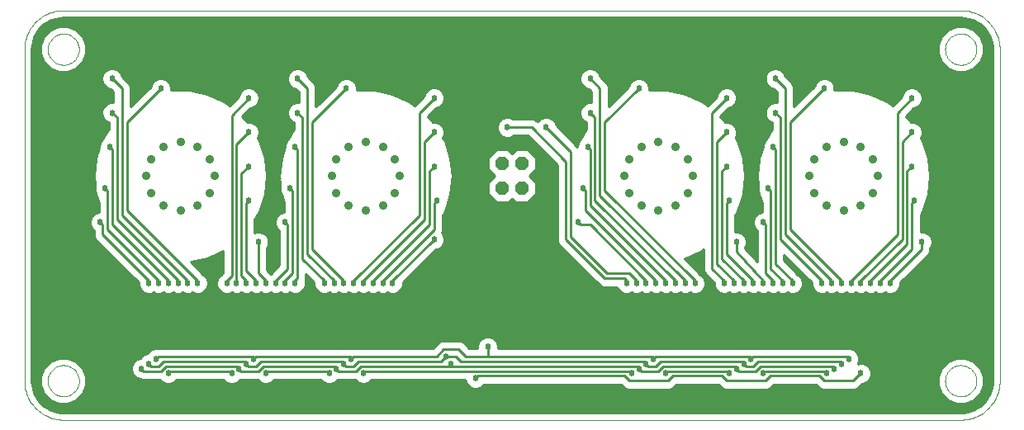
<source format=gbl>
G75*
G70*
%OFA0B0*%
%FSLAX24Y24*%
%IPPOS*%
%LPD*%
%AMOC8*
5,1,8,0,0,1.08239X$1,22.5*
%
%ADD10C,0.0000*%
%ADD11OC8,0.0560*%
%ADD12C,0.0356*%
%ADD13C,0.0246*%
%ADD14C,0.0100*%
%ADD15C,0.0277*%
D10*
X001755Y000180D02*
X037975Y000180D01*
X037345Y001755D02*
X037347Y001805D01*
X037353Y001855D01*
X037363Y001904D01*
X037377Y001952D01*
X037394Y001999D01*
X037415Y002044D01*
X037440Y002088D01*
X037468Y002129D01*
X037500Y002168D01*
X037534Y002205D01*
X037571Y002239D01*
X037611Y002269D01*
X037653Y002296D01*
X037697Y002320D01*
X037743Y002341D01*
X037790Y002357D01*
X037838Y002370D01*
X037888Y002379D01*
X037937Y002384D01*
X037988Y002385D01*
X038038Y002382D01*
X038087Y002375D01*
X038136Y002364D01*
X038184Y002349D01*
X038230Y002331D01*
X038275Y002309D01*
X038318Y002283D01*
X038359Y002254D01*
X038398Y002222D01*
X038434Y002187D01*
X038466Y002149D01*
X038496Y002109D01*
X038523Y002066D01*
X038546Y002022D01*
X038565Y001976D01*
X038581Y001928D01*
X038593Y001879D01*
X038601Y001830D01*
X038605Y001780D01*
X038605Y001730D01*
X038601Y001680D01*
X038593Y001631D01*
X038581Y001582D01*
X038565Y001534D01*
X038546Y001488D01*
X038523Y001444D01*
X038496Y001401D01*
X038466Y001361D01*
X038434Y001323D01*
X038398Y001288D01*
X038359Y001256D01*
X038318Y001227D01*
X038275Y001201D01*
X038230Y001179D01*
X038184Y001161D01*
X038136Y001146D01*
X038087Y001135D01*
X038038Y001128D01*
X037988Y001125D01*
X037937Y001126D01*
X037888Y001131D01*
X037838Y001140D01*
X037790Y001153D01*
X037743Y001169D01*
X037697Y001190D01*
X037653Y001214D01*
X037611Y001241D01*
X037571Y001271D01*
X037534Y001305D01*
X037500Y001342D01*
X037468Y001381D01*
X037440Y001422D01*
X037415Y001466D01*
X037394Y001511D01*
X037377Y001558D01*
X037363Y001606D01*
X037353Y001655D01*
X037347Y001705D01*
X037345Y001755D01*
X037975Y000180D02*
X038052Y000182D01*
X038129Y000188D01*
X038206Y000197D01*
X038282Y000210D01*
X038358Y000227D01*
X038432Y000248D01*
X038506Y000272D01*
X038578Y000300D01*
X038648Y000331D01*
X038717Y000366D01*
X038785Y000404D01*
X038850Y000445D01*
X038913Y000490D01*
X038974Y000538D01*
X039033Y000588D01*
X039089Y000641D01*
X039142Y000697D01*
X039192Y000756D01*
X039240Y000817D01*
X039285Y000880D01*
X039326Y000945D01*
X039364Y001013D01*
X039399Y001082D01*
X039430Y001152D01*
X039458Y001224D01*
X039482Y001298D01*
X039503Y001372D01*
X039520Y001448D01*
X039533Y001524D01*
X039542Y001601D01*
X039548Y001678D01*
X039550Y001755D01*
X039550Y015141D01*
X037345Y015141D02*
X037347Y015191D01*
X037353Y015241D01*
X037363Y015290D01*
X037377Y015338D01*
X037394Y015385D01*
X037415Y015430D01*
X037440Y015474D01*
X037468Y015515D01*
X037500Y015554D01*
X037534Y015591D01*
X037571Y015625D01*
X037611Y015655D01*
X037653Y015682D01*
X037697Y015706D01*
X037743Y015727D01*
X037790Y015743D01*
X037838Y015756D01*
X037888Y015765D01*
X037937Y015770D01*
X037988Y015771D01*
X038038Y015768D01*
X038087Y015761D01*
X038136Y015750D01*
X038184Y015735D01*
X038230Y015717D01*
X038275Y015695D01*
X038318Y015669D01*
X038359Y015640D01*
X038398Y015608D01*
X038434Y015573D01*
X038466Y015535D01*
X038496Y015495D01*
X038523Y015452D01*
X038546Y015408D01*
X038565Y015362D01*
X038581Y015314D01*
X038593Y015265D01*
X038601Y015216D01*
X038605Y015166D01*
X038605Y015116D01*
X038601Y015066D01*
X038593Y015017D01*
X038581Y014968D01*
X038565Y014920D01*
X038546Y014874D01*
X038523Y014830D01*
X038496Y014787D01*
X038466Y014747D01*
X038434Y014709D01*
X038398Y014674D01*
X038359Y014642D01*
X038318Y014613D01*
X038275Y014587D01*
X038230Y014565D01*
X038184Y014547D01*
X038136Y014532D01*
X038087Y014521D01*
X038038Y014514D01*
X037988Y014511D01*
X037937Y014512D01*
X037888Y014517D01*
X037838Y014526D01*
X037790Y014539D01*
X037743Y014555D01*
X037697Y014576D01*
X037653Y014600D01*
X037611Y014627D01*
X037571Y014657D01*
X037534Y014691D01*
X037500Y014728D01*
X037468Y014767D01*
X037440Y014808D01*
X037415Y014852D01*
X037394Y014897D01*
X037377Y014944D01*
X037363Y014992D01*
X037353Y015041D01*
X037347Y015091D01*
X037345Y015141D01*
X037975Y016716D02*
X038052Y016714D01*
X038129Y016708D01*
X038206Y016699D01*
X038282Y016686D01*
X038358Y016669D01*
X038432Y016648D01*
X038506Y016624D01*
X038578Y016596D01*
X038648Y016565D01*
X038717Y016530D01*
X038785Y016492D01*
X038850Y016451D01*
X038913Y016406D01*
X038974Y016358D01*
X039033Y016308D01*
X039089Y016255D01*
X039142Y016199D01*
X039192Y016140D01*
X039240Y016079D01*
X039285Y016016D01*
X039326Y015951D01*
X039364Y015883D01*
X039399Y015814D01*
X039430Y015744D01*
X039458Y015672D01*
X039482Y015598D01*
X039503Y015524D01*
X039520Y015448D01*
X039533Y015372D01*
X039542Y015295D01*
X039548Y015218D01*
X039550Y015141D01*
X037975Y016715D02*
X001755Y016715D01*
X001125Y015141D02*
X001127Y015191D01*
X001133Y015241D01*
X001143Y015290D01*
X001157Y015338D01*
X001174Y015385D01*
X001195Y015430D01*
X001220Y015474D01*
X001248Y015515D01*
X001280Y015554D01*
X001314Y015591D01*
X001351Y015625D01*
X001391Y015655D01*
X001433Y015682D01*
X001477Y015706D01*
X001523Y015727D01*
X001570Y015743D01*
X001618Y015756D01*
X001668Y015765D01*
X001717Y015770D01*
X001768Y015771D01*
X001818Y015768D01*
X001867Y015761D01*
X001916Y015750D01*
X001964Y015735D01*
X002010Y015717D01*
X002055Y015695D01*
X002098Y015669D01*
X002139Y015640D01*
X002178Y015608D01*
X002214Y015573D01*
X002246Y015535D01*
X002276Y015495D01*
X002303Y015452D01*
X002326Y015408D01*
X002345Y015362D01*
X002361Y015314D01*
X002373Y015265D01*
X002381Y015216D01*
X002385Y015166D01*
X002385Y015116D01*
X002381Y015066D01*
X002373Y015017D01*
X002361Y014968D01*
X002345Y014920D01*
X002326Y014874D01*
X002303Y014830D01*
X002276Y014787D01*
X002246Y014747D01*
X002214Y014709D01*
X002178Y014674D01*
X002139Y014642D01*
X002098Y014613D01*
X002055Y014587D01*
X002010Y014565D01*
X001964Y014547D01*
X001916Y014532D01*
X001867Y014521D01*
X001818Y014514D01*
X001768Y014511D01*
X001717Y014512D01*
X001668Y014517D01*
X001618Y014526D01*
X001570Y014539D01*
X001523Y014555D01*
X001477Y014576D01*
X001433Y014600D01*
X001391Y014627D01*
X001351Y014657D01*
X001314Y014691D01*
X001280Y014728D01*
X001248Y014767D01*
X001220Y014808D01*
X001195Y014852D01*
X001174Y014897D01*
X001157Y014944D01*
X001143Y014992D01*
X001133Y015041D01*
X001127Y015091D01*
X001125Y015141D01*
X000180Y015141D02*
X000182Y015218D01*
X000188Y015295D01*
X000197Y015372D01*
X000210Y015448D01*
X000227Y015524D01*
X000248Y015598D01*
X000272Y015672D01*
X000300Y015744D01*
X000331Y015814D01*
X000366Y015883D01*
X000404Y015951D01*
X000445Y016016D01*
X000490Y016079D01*
X000538Y016140D01*
X000588Y016199D01*
X000641Y016255D01*
X000697Y016308D01*
X000756Y016358D01*
X000817Y016406D01*
X000880Y016451D01*
X000945Y016492D01*
X001013Y016530D01*
X001082Y016565D01*
X001152Y016596D01*
X001224Y016624D01*
X001298Y016648D01*
X001372Y016669D01*
X001448Y016686D01*
X001524Y016699D01*
X001601Y016708D01*
X001678Y016714D01*
X001755Y016716D01*
X000180Y015141D02*
X000180Y001755D01*
X001125Y001755D02*
X001127Y001805D01*
X001133Y001855D01*
X001143Y001904D01*
X001157Y001952D01*
X001174Y001999D01*
X001195Y002044D01*
X001220Y002088D01*
X001248Y002129D01*
X001280Y002168D01*
X001314Y002205D01*
X001351Y002239D01*
X001391Y002269D01*
X001433Y002296D01*
X001477Y002320D01*
X001523Y002341D01*
X001570Y002357D01*
X001618Y002370D01*
X001668Y002379D01*
X001717Y002384D01*
X001768Y002385D01*
X001818Y002382D01*
X001867Y002375D01*
X001916Y002364D01*
X001964Y002349D01*
X002010Y002331D01*
X002055Y002309D01*
X002098Y002283D01*
X002139Y002254D01*
X002178Y002222D01*
X002214Y002187D01*
X002246Y002149D01*
X002276Y002109D01*
X002303Y002066D01*
X002326Y002022D01*
X002345Y001976D01*
X002361Y001928D01*
X002373Y001879D01*
X002381Y001830D01*
X002385Y001780D01*
X002385Y001730D01*
X002381Y001680D01*
X002373Y001631D01*
X002361Y001582D01*
X002345Y001534D01*
X002326Y001488D01*
X002303Y001444D01*
X002276Y001401D01*
X002246Y001361D01*
X002214Y001323D01*
X002178Y001288D01*
X002139Y001256D01*
X002098Y001227D01*
X002055Y001201D01*
X002010Y001179D01*
X001964Y001161D01*
X001916Y001146D01*
X001867Y001135D01*
X001818Y001128D01*
X001768Y001125D01*
X001717Y001126D01*
X001668Y001131D01*
X001618Y001140D01*
X001570Y001153D01*
X001523Y001169D01*
X001477Y001190D01*
X001433Y001214D01*
X001391Y001241D01*
X001351Y001271D01*
X001314Y001305D01*
X001280Y001342D01*
X001248Y001381D01*
X001220Y001422D01*
X001195Y001466D01*
X001174Y001511D01*
X001157Y001558D01*
X001143Y001606D01*
X001133Y001655D01*
X001127Y001705D01*
X001125Y001755D01*
X000180Y001755D02*
X000182Y001678D01*
X000188Y001601D01*
X000197Y001524D01*
X000210Y001448D01*
X000227Y001372D01*
X000248Y001298D01*
X000272Y001224D01*
X000300Y001152D01*
X000331Y001082D01*
X000366Y001013D01*
X000404Y000945D01*
X000445Y000880D01*
X000490Y000817D01*
X000538Y000756D01*
X000588Y000697D01*
X000641Y000641D01*
X000697Y000588D01*
X000756Y000538D01*
X000817Y000490D01*
X000880Y000445D01*
X000945Y000404D01*
X001013Y000366D01*
X001082Y000331D01*
X001152Y000300D01*
X001224Y000272D01*
X001298Y000248D01*
X001372Y000227D01*
X001448Y000210D01*
X001524Y000197D01*
X001601Y000188D01*
X001678Y000182D01*
X001755Y000180D01*
D11*
X019471Y009523D03*
X020259Y009523D03*
X020259Y010523D03*
X019471Y010523D03*
D12*
X015337Y010023D03*
X015141Y010711D03*
X014649Y011204D03*
X013960Y011400D03*
X013271Y011204D03*
X012778Y010711D03*
X012582Y010023D03*
X012778Y009334D03*
X013271Y008841D03*
X013960Y008645D03*
X014649Y008841D03*
X015141Y009334D03*
X007857Y010023D03*
X007660Y010711D03*
X007168Y011204D03*
X006479Y011400D03*
X005790Y011204D03*
X005298Y010711D03*
X005101Y010023D03*
X005298Y009334D03*
X005790Y008841D03*
X006479Y008645D03*
X007168Y008841D03*
X007660Y009334D03*
X024393Y010023D03*
X024589Y010711D03*
X025082Y011204D03*
X025771Y011400D03*
X026460Y011204D03*
X026952Y010711D03*
X027149Y010023D03*
X026952Y009334D03*
X026460Y008841D03*
X025771Y008645D03*
X025082Y008841D03*
X024589Y009334D03*
X031873Y010023D03*
X032070Y010711D03*
X032562Y011204D03*
X033251Y011400D03*
X033940Y011204D03*
X034432Y010711D03*
X034629Y010023D03*
X034432Y009334D03*
X033940Y008841D03*
X033251Y008645D03*
X032562Y008841D03*
X032070Y009334D03*
D13*
X030200Y009530D03*
X028625Y009038D03*
X030003Y008152D03*
X029511Y007365D03*
X028920Y007365D03*
X028822Y005692D03*
X029215Y005692D03*
X029609Y005692D03*
X030003Y005692D03*
X030397Y005692D03*
X030790Y005692D03*
X031184Y005692D03*
X032365Y005692D03*
X032759Y005692D03*
X033152Y005692D03*
X033546Y005692D03*
X033940Y005692D03*
X034334Y005692D03*
X034727Y005692D03*
X035121Y005692D03*
X036400Y007365D03*
X036105Y009038D03*
X036007Y010416D03*
X036007Y011794D03*
X036007Y013172D03*
X032463Y013566D03*
X030495Y013960D03*
X029511Y013172D03*
X028526Y013172D03*
X030495Y012582D03*
X028526Y011794D03*
X030397Y011204D03*
X028526Y010416D03*
X022916Y011204D03*
X021243Y011991D03*
X019668Y011991D03*
X018684Y010810D03*
X016715Y010416D03*
X016715Y011794D03*
X016715Y013172D03*
X013172Y013566D03*
X011204Y013960D03*
X010219Y013172D03*
X009235Y013172D03*
X011204Y012582D03*
X009235Y011794D03*
X011105Y011204D03*
X009235Y010416D03*
X010908Y009530D03*
X009235Y009038D03*
X010711Y008152D03*
X010219Y007365D03*
X009629Y007365D03*
X009530Y005692D03*
X009137Y005692D03*
X008743Y005692D03*
X008349Y005692D03*
X007168Y005692D03*
X006774Y005692D03*
X006381Y005692D03*
X005987Y005692D03*
X005593Y005692D03*
X005200Y005692D03*
X004314Y003920D03*
X007070Y003330D03*
X008251Y003920D03*
X011007Y003330D03*
X012188Y003920D03*
X014944Y003330D03*
X013369Y002641D03*
X013074Y002444D03*
X012778Y002247D03*
X012483Y002050D03*
X013861Y002050D03*
X017208Y002739D03*
X017404Y002444D03*
X018389Y001853D03*
X018881Y003133D03*
X024393Y003920D03*
X027149Y003330D03*
X028330Y003920D03*
X031086Y003330D03*
X032267Y003920D03*
X034826Y003330D03*
X033448Y002641D03*
X033152Y002444D03*
X032857Y002247D03*
X032562Y002050D03*
X033940Y002050D03*
X030003Y002050D03*
X029215Y002444D03*
X028920Y002247D03*
X028625Y002050D03*
X029511Y002641D03*
X026066Y002050D03*
X025278Y002444D03*
X024983Y002247D03*
X024688Y002050D03*
X025574Y002641D03*
X025672Y005692D03*
X025278Y005692D03*
X024885Y005692D03*
X024491Y005692D03*
X026066Y005692D03*
X026460Y005692D03*
X026853Y005692D03*
X027247Y005692D03*
X028428Y005692D03*
X022621Y006086D03*
X021046Y006086D03*
X018684Y006086D03*
X016715Y007463D03*
X018684Y007660D03*
X021046Y007660D03*
X022523Y008152D03*
X022719Y009530D03*
X021046Y010810D03*
X016814Y009038D03*
X015042Y005692D03*
X014649Y005692D03*
X014255Y005692D03*
X013861Y005692D03*
X013467Y005692D03*
X013074Y005692D03*
X012680Y005692D03*
X012286Y005692D03*
X011105Y005692D03*
X010711Y005692D03*
X010318Y005692D03*
X009924Y005692D03*
X003231Y008152D03*
X003428Y009530D03*
X003625Y011204D03*
X003723Y012582D03*
X005692Y013566D03*
X003723Y013960D03*
X023015Y013960D03*
X024983Y013566D03*
X023015Y012582D03*
X009432Y002641D03*
X009137Y002444D03*
X008841Y002247D03*
X008546Y002050D03*
X009924Y002050D03*
X005987Y002050D03*
X005200Y002444D03*
X005495Y002641D03*
X004904Y002247D03*
D14*
X001263Y000568D02*
X000973Y000735D01*
X000735Y000973D01*
X000568Y001263D01*
X000481Y001587D01*
X000470Y001755D01*
X000470Y015141D01*
X000481Y015308D01*
X000568Y015632D01*
X000735Y015923D01*
X000973Y016160D01*
X001263Y016328D01*
X001587Y016414D01*
X001755Y016425D01*
X037975Y016425D01*
X038143Y016414D01*
X038467Y016328D01*
X038757Y016160D01*
X038995Y015923D01*
X039162Y015632D01*
X039249Y015308D01*
X039260Y015141D01*
X039260Y001755D01*
X039249Y001587D01*
X039162Y001263D01*
X038995Y000973D01*
X038757Y000735D01*
X038467Y000568D01*
X038143Y000481D01*
X037975Y000470D01*
X001755Y000470D01*
X001587Y000481D01*
X001263Y000568D01*
X001263Y000568D01*
X001252Y000574D02*
X038478Y000574D01*
X038648Y000673D02*
X001082Y000673D01*
X000937Y000771D02*
X038793Y000771D01*
X038891Y000870D02*
X038242Y000870D01*
X038158Y000835D02*
X038496Y000975D01*
X038755Y001234D01*
X038895Y001572D01*
X038895Y001938D01*
X038755Y002276D01*
X038496Y002535D01*
X038158Y002675D01*
X037792Y002675D01*
X037454Y002535D01*
X037195Y002276D01*
X037055Y001938D01*
X037055Y001572D01*
X037195Y001234D01*
X037454Y000975D01*
X037792Y000835D01*
X038158Y000835D01*
X038480Y000968D02*
X038990Y000968D01*
X039049Y001067D02*
X038588Y001067D01*
X038686Y001165D02*
X039106Y001165D01*
X039162Y001264D02*
X038767Y001264D01*
X038808Y001362D02*
X039189Y001362D01*
X039215Y001461D02*
X038849Y001461D01*
X038890Y001559D02*
X039242Y001559D01*
X039254Y001658D02*
X038895Y001658D01*
X038895Y001756D02*
X039260Y001756D01*
X039260Y001855D02*
X038895Y001855D01*
X038889Y001953D02*
X039260Y001953D01*
X039260Y002052D02*
X038848Y002052D01*
X038807Y002150D02*
X039260Y002150D01*
X039260Y002249D02*
X038766Y002249D01*
X038684Y002347D02*
X039260Y002347D01*
X039260Y002446D02*
X038586Y002446D01*
X038474Y002544D02*
X039260Y002544D01*
X039260Y002643D02*
X038236Y002643D01*
X037715Y002643D02*
X033861Y002643D01*
X033861Y002723D02*
X033861Y002558D01*
X033814Y002445D01*
X033858Y002463D01*
X034022Y002463D01*
X034174Y002400D01*
X034290Y002284D01*
X034353Y002132D01*
X034353Y001968D01*
X034290Y001816D01*
X034174Y001700D01*
X034022Y001637D01*
X034008Y001637D01*
X033837Y001467D01*
X033712Y001415D01*
X032396Y001415D01*
X032271Y001467D01*
X032175Y001562D01*
X032126Y001612D01*
X030439Y001612D01*
X030294Y001467D01*
X030169Y001415D01*
X028459Y001415D01*
X028334Y001467D01*
X028238Y001562D01*
X028189Y001612D01*
X026502Y001612D01*
X026357Y001467D01*
X026232Y001415D01*
X024522Y001415D01*
X024397Y001467D01*
X024301Y001562D01*
X024301Y001562D01*
X024252Y001612D01*
X018731Y001612D01*
X018623Y001503D01*
X018471Y001440D01*
X018307Y001440D01*
X018155Y001503D01*
X018039Y001619D01*
X017976Y001771D01*
X017976Y001809D01*
X014204Y001809D01*
X014095Y001700D01*
X013943Y001637D01*
X013779Y001637D01*
X013627Y001700D01*
X013519Y001809D01*
X012826Y001809D01*
X012717Y001700D01*
X012565Y001637D01*
X012401Y001637D01*
X012249Y001700D01*
X012141Y001809D01*
X010267Y001809D01*
X010158Y001700D01*
X010006Y001637D01*
X009842Y001637D01*
X009690Y001700D01*
X009582Y001809D01*
X008889Y001809D01*
X008780Y001700D01*
X008628Y001637D01*
X008464Y001637D01*
X008312Y001700D01*
X008204Y001809D01*
X006330Y001809D01*
X006221Y001700D01*
X006069Y001637D01*
X005905Y001637D01*
X005753Y001700D01*
X005645Y001809D01*
X004935Y001809D01*
X004874Y001834D01*
X004822Y001834D01*
X004670Y001897D01*
X004554Y002013D01*
X004491Y002165D01*
X004491Y002329D01*
X004554Y002481D01*
X004670Y002597D01*
X004822Y002660D01*
X004842Y002660D01*
X004850Y002678D01*
X004966Y002794D01*
X005118Y002857D01*
X005137Y002857D01*
X005145Y002875D01*
X005261Y002991D01*
X005413Y003054D01*
X005464Y003054D01*
X005526Y003079D01*
X009401Y003079D01*
X009432Y003066D01*
X009463Y003079D01*
X013338Y003079D01*
X013369Y003066D01*
X013400Y003079D01*
X016673Y003079D01*
X016821Y003227D01*
X016917Y003323D01*
X017042Y003374D01*
X017632Y003374D01*
X017767Y003374D01*
X017892Y003323D01*
X018136Y003079D01*
X018468Y003079D01*
X018468Y003215D01*
X018531Y003367D01*
X018647Y003483D01*
X018799Y003546D01*
X018963Y003546D01*
X019115Y003483D01*
X019231Y003367D01*
X019294Y003215D01*
X019294Y003079D01*
X025543Y003079D01*
X025574Y003066D01*
X025604Y003079D01*
X029480Y003079D01*
X029511Y003066D01*
X029542Y003079D01*
X033417Y003079D01*
X033478Y003054D01*
X033530Y003054D01*
X033682Y002991D01*
X033798Y002875D01*
X033861Y002723D01*
X033853Y002741D02*
X039260Y002741D01*
X039260Y002840D02*
X033812Y002840D01*
X033734Y002938D02*
X039260Y002938D01*
X039260Y003037D02*
X033571Y003037D01*
X033349Y002739D02*
X029609Y002739D01*
X029511Y002641D01*
X029412Y002739D01*
X025672Y002739D01*
X025574Y002641D01*
X025475Y002739D01*
X018881Y002739D01*
X018881Y003133D01*
X019294Y003135D02*
X039260Y003135D01*
X039260Y003234D02*
X019286Y003234D01*
X019245Y003332D02*
X039260Y003332D01*
X039260Y003431D02*
X019167Y003431D01*
X019003Y003529D02*
X039260Y003529D01*
X039260Y003628D02*
X000470Y003628D01*
X000470Y003726D02*
X039260Y003726D01*
X039260Y003825D02*
X000470Y003825D01*
X000470Y003923D02*
X039260Y003923D01*
X039260Y004022D02*
X000470Y004022D01*
X000470Y004120D02*
X039260Y004120D01*
X039260Y004219D02*
X000470Y004219D01*
X000470Y004317D02*
X039260Y004317D01*
X039260Y004416D02*
X000470Y004416D01*
X000470Y004514D02*
X039260Y004514D01*
X039260Y004613D02*
X000470Y004613D01*
X000470Y004711D02*
X039260Y004711D01*
X039260Y004810D02*
X000470Y004810D01*
X000470Y004908D02*
X039260Y004908D01*
X039260Y005007D02*
X000470Y005007D01*
X000470Y005105D02*
X039260Y005105D01*
X039260Y005204D02*
X000470Y005204D01*
X000470Y005302D02*
X005062Y005302D01*
X005118Y005279D02*
X005282Y005279D01*
X005397Y005326D01*
X005511Y005279D01*
X005676Y005279D01*
X005790Y005326D01*
X005905Y005279D01*
X006069Y005279D01*
X006184Y005326D01*
X006299Y005279D01*
X006463Y005279D01*
X006578Y005326D01*
X006692Y005279D01*
X006857Y005279D01*
X006971Y005326D01*
X007086Y005279D01*
X007250Y005279D01*
X007402Y005342D01*
X007518Y005458D01*
X007581Y005610D01*
X007581Y005774D01*
X007518Y005926D01*
X007402Y006042D01*
X007394Y006045D01*
X006880Y006560D01*
X007558Y006704D01*
X008206Y006992D01*
X008206Y006128D01*
X008124Y006045D01*
X008115Y006042D01*
X007999Y005926D01*
X007936Y005774D01*
X007936Y005610D01*
X007999Y005458D01*
X008115Y005342D01*
X008267Y005279D01*
X008431Y005279D01*
X008546Y005326D01*
X008661Y005279D01*
X008825Y005279D01*
X008940Y005326D01*
X009055Y005279D01*
X009219Y005279D01*
X009334Y005326D01*
X009448Y005279D01*
X009613Y005279D01*
X009727Y005326D01*
X009842Y005279D01*
X010006Y005279D01*
X010121Y005326D01*
X010236Y005279D01*
X010400Y005279D01*
X010515Y005326D01*
X010629Y005279D01*
X010794Y005279D01*
X010908Y005326D01*
X011023Y005279D01*
X011187Y005279D01*
X011339Y005342D01*
X011455Y005458D01*
X011518Y005610D01*
X011518Y005760D01*
X011544Y005821D01*
X011544Y006052D01*
X011873Y005722D01*
X011873Y005610D01*
X011936Y005458D01*
X012052Y005342D01*
X012204Y005279D01*
X012368Y005279D01*
X012483Y005326D01*
X012598Y005279D01*
X012762Y005279D01*
X012877Y005326D01*
X012992Y005279D01*
X013156Y005279D01*
X013271Y005326D01*
X013385Y005279D01*
X013550Y005279D01*
X013664Y005326D01*
X013779Y005279D01*
X013943Y005279D01*
X014058Y005326D01*
X014173Y005279D01*
X014337Y005279D01*
X014452Y005326D01*
X014566Y005279D01*
X014731Y005279D01*
X014845Y005326D01*
X014960Y005279D01*
X015124Y005279D01*
X015276Y005342D01*
X015392Y005458D01*
X015455Y005610D01*
X015455Y005722D01*
X016783Y007050D01*
X016798Y007050D01*
X016949Y007113D01*
X017066Y007230D01*
X017128Y007381D01*
X017128Y007546D01*
X017066Y007697D01*
X017031Y007732D01*
X017055Y007790D01*
X017055Y008444D01*
X017147Y008603D01*
X017373Y009297D01*
X017449Y010023D01*
X017373Y010748D01*
X017373Y010748D01*
X017147Y011442D01*
X017071Y011574D01*
X017128Y011712D01*
X017128Y011876D01*
X017066Y012028D01*
X016949Y012144D01*
X016798Y012207D01*
X016662Y012207D01*
X016465Y012427D01*
X016465Y012441D01*
X016783Y012759D01*
X016798Y012759D01*
X016949Y012822D01*
X017066Y012938D01*
X017128Y013090D01*
X017128Y013254D01*
X017066Y013406D01*
X016949Y013522D01*
X016798Y013585D01*
X016633Y013585D01*
X016481Y013522D01*
X016365Y013406D01*
X016302Y013254D01*
X016302Y013240D01*
X015938Y012875D01*
X015704Y013045D01*
X015038Y013341D01*
X014324Y013493D01*
X013595Y013493D01*
X013585Y013491D01*
X013585Y013648D01*
X013522Y013800D01*
X013406Y013916D01*
X013254Y013979D01*
X013090Y013979D01*
X012938Y013916D01*
X012822Y013800D01*
X012759Y013648D01*
X012759Y013634D01*
X012051Y012926D01*
X011937Y012843D01*
X011937Y013633D01*
X011886Y013758D01*
X011617Y014027D01*
X011617Y014042D01*
X011554Y014193D01*
X011438Y014310D01*
X011286Y014373D01*
X011121Y014373D01*
X010970Y014310D01*
X010854Y014193D01*
X010791Y014042D01*
X010791Y013877D01*
X010854Y013726D01*
X010970Y013609D01*
X011121Y013547D01*
X011136Y013547D01*
X011257Y013425D01*
X011257Y012995D01*
X011121Y012995D01*
X010970Y012932D01*
X010854Y012816D01*
X010791Y012664D01*
X010791Y012499D01*
X010854Y012348D01*
X010970Y012231D01*
X011060Y012194D01*
X011060Y011942D01*
X010788Y011471D01*
X010755Y011438D01*
X010692Y011286D01*
X010692Y011197D01*
X010546Y010748D01*
X010470Y010023D01*
X010470Y010023D01*
X010509Y009647D01*
X010495Y009613D01*
X010495Y009448D01*
X010542Y009335D01*
X010546Y009297D01*
X010667Y008926D01*
X010667Y008565D01*
X010629Y008565D01*
X010478Y008503D01*
X010361Y008386D01*
X010299Y008235D01*
X010299Y008070D01*
X010361Y007918D01*
X010470Y007810D01*
X010470Y006423D01*
X010121Y006074D01*
X010117Y006078D01*
X009969Y006226D01*
X009969Y007121D01*
X009979Y007131D01*
X010042Y007283D01*
X010042Y007447D01*
X009979Y007599D01*
X009863Y007715D01*
X009711Y007778D01*
X009547Y007778D01*
X009477Y007749D01*
X009477Y008273D01*
X009667Y008603D01*
X009667Y008603D01*
X009893Y009297D01*
X009969Y010023D01*
X009893Y010748D01*
X009667Y011442D01*
X009591Y011574D01*
X009648Y011712D01*
X009648Y011876D01*
X009585Y012028D01*
X009469Y012144D01*
X009317Y012207D01*
X009182Y012207D01*
X008978Y012434D01*
X009303Y012759D01*
X009317Y012759D01*
X009469Y012822D01*
X009585Y012938D01*
X009648Y013090D01*
X009648Y013254D01*
X009585Y013406D01*
X009469Y013522D01*
X009317Y013585D01*
X009153Y013585D01*
X009001Y013522D01*
X008885Y013406D01*
X008822Y013254D01*
X008822Y013240D01*
X008457Y012875D01*
X008224Y013045D01*
X007558Y013341D01*
X006844Y013493D01*
X006114Y013493D01*
X006105Y013491D01*
X006105Y013648D01*
X006042Y013800D01*
X005926Y013916D01*
X005774Y013979D01*
X005610Y013979D01*
X005458Y013916D01*
X005342Y013800D01*
X005279Y013648D01*
X005279Y013634D01*
X004571Y012926D01*
X004457Y012843D01*
X004457Y013633D01*
X004405Y013758D01*
X004136Y014027D01*
X004136Y014042D01*
X004073Y014193D01*
X003957Y014310D01*
X003805Y014373D01*
X003641Y014373D01*
X003489Y014310D01*
X003373Y014193D01*
X003310Y014042D01*
X003310Y013877D01*
X003373Y013726D01*
X003489Y013609D01*
X003641Y013547D01*
X003655Y013547D01*
X003777Y013425D01*
X003777Y012995D01*
X003641Y012995D01*
X003489Y012932D01*
X003373Y012816D01*
X003310Y012664D01*
X003310Y012499D01*
X003373Y012348D01*
X003489Y012231D01*
X003580Y012194D01*
X003580Y011942D01*
X003308Y011471D01*
X003275Y011438D01*
X003212Y011286D01*
X003212Y011197D01*
X003066Y010748D01*
X002990Y010023D01*
X002990Y010023D01*
X003029Y009647D01*
X003015Y009613D01*
X003015Y009448D01*
X003062Y009335D01*
X003066Y009297D01*
X003186Y008926D01*
X003186Y008565D01*
X003149Y008565D01*
X002997Y008503D01*
X002881Y008386D01*
X002818Y008235D01*
X002818Y008070D01*
X002881Y007918D01*
X002990Y007810D01*
X002990Y007593D01*
X003041Y007468D01*
X003137Y007372D01*
X004787Y005722D01*
X004787Y005610D01*
X004850Y005458D01*
X004966Y005342D01*
X005118Y005279D01*
X005338Y005302D02*
X005455Y005302D01*
X005732Y005302D02*
X005849Y005302D01*
X006125Y005302D02*
X006243Y005302D01*
X006519Y005302D02*
X006636Y005302D01*
X006913Y005302D02*
X007030Y005302D01*
X007306Y005302D02*
X008211Y005302D01*
X008057Y005401D02*
X007461Y005401D01*
X007535Y005499D02*
X007982Y005499D01*
X007941Y005598D02*
X007576Y005598D01*
X007581Y005696D02*
X007936Y005696D01*
X007945Y005795D02*
X007573Y005795D01*
X007532Y005893D02*
X007986Y005893D01*
X008065Y005992D02*
X007453Y005992D01*
X007349Y006090D02*
X008168Y006090D01*
X008206Y006189D02*
X007251Y006189D01*
X007152Y006287D02*
X008206Y006287D01*
X008206Y006386D02*
X007054Y006386D01*
X006955Y006484D02*
X008206Y006484D01*
X008206Y006583D02*
X006987Y006583D01*
X007451Y006681D02*
X008206Y006681D01*
X008206Y006780D02*
X007728Y006780D01*
X007558Y006704D02*
X007558Y006704D01*
X007949Y006878D02*
X008206Y006878D01*
X008206Y006977D02*
X008170Y006977D01*
X009629Y007365D02*
X009629Y006086D01*
X009924Y005790D01*
X009924Y005692D01*
X009530Y005692D02*
X009530Y005790D01*
X009137Y006184D01*
X009137Y008940D01*
X009235Y009038D01*
X009747Y008848D02*
X010667Y008848D01*
X010667Y008750D02*
X009715Y008750D01*
X009683Y008651D02*
X010667Y008651D01*
X010598Y008553D02*
X009638Y008553D01*
X009581Y008454D02*
X010429Y008454D01*
X010349Y008356D02*
X009524Y008356D01*
X009477Y008257D02*
X010308Y008257D01*
X010299Y008159D02*
X009477Y008159D01*
X009477Y008060D02*
X010303Y008060D01*
X010344Y007962D02*
X009477Y007962D01*
X009477Y007863D02*
X010417Y007863D01*
X010470Y007765D02*
X009744Y007765D01*
X009912Y007666D02*
X010470Y007666D01*
X010470Y007568D02*
X009992Y007568D01*
X010033Y007469D02*
X010470Y007469D01*
X010470Y007371D02*
X010042Y007371D01*
X010037Y007272D02*
X010470Y007272D01*
X010470Y007174D02*
X009997Y007174D01*
X009969Y007075D02*
X010470Y007075D01*
X010470Y006977D02*
X009969Y006977D01*
X009969Y006878D02*
X010470Y006878D01*
X010470Y006780D02*
X009969Y006780D01*
X009969Y006681D02*
X010470Y006681D01*
X010470Y006583D02*
X009969Y006583D01*
X009969Y006484D02*
X010470Y006484D01*
X010432Y006386D02*
X009969Y006386D01*
X009969Y006287D02*
X010334Y006287D01*
X010235Y006189D02*
X010007Y006189D01*
X010105Y006090D02*
X010137Y006090D01*
X010318Y005790D02*
X010810Y006282D01*
X010810Y008054D01*
X010711Y008152D01*
X009514Y007765D02*
X009477Y007765D01*
X011400Y006676D02*
X011400Y012385D01*
X011204Y012582D01*
X010791Y012591D02*
X009135Y012591D01*
X009233Y012690D02*
X010801Y012690D01*
X010842Y012788D02*
X009387Y012788D01*
X009534Y012887D02*
X010925Y012887D01*
X011098Y012985D02*
X009605Y012985D01*
X009645Y013084D02*
X011257Y013084D01*
X011257Y013182D02*
X009648Y013182D01*
X009637Y013281D02*
X011257Y013281D01*
X011257Y013379D02*
X009596Y013379D01*
X009514Y013478D02*
X011205Y013478D01*
X011050Y013576D02*
X009339Y013576D01*
X009131Y013576D02*
X006105Y013576D01*
X006094Y013675D02*
X010905Y013675D01*
X010834Y013773D02*
X006053Y013773D01*
X005970Y013872D02*
X010793Y013872D01*
X010791Y013970D02*
X005795Y013970D01*
X005588Y013970D02*
X004194Y013970D01*
X004125Y014069D02*
X010802Y014069D01*
X010843Y014167D02*
X004084Y014167D01*
X004001Y014266D02*
X010926Y014266D01*
X011101Y014364D02*
X003826Y014364D01*
X003621Y014364D02*
X002279Y014364D01*
X002276Y014361D02*
X001938Y014221D01*
X001572Y014221D01*
X001234Y014361D01*
X000975Y014620D01*
X000835Y014958D01*
X000835Y015324D01*
X000975Y015662D01*
X001234Y015921D01*
X001572Y016061D01*
X001938Y016061D01*
X002276Y015921D01*
X002535Y015662D01*
X002675Y015324D01*
X002675Y014958D01*
X002535Y014620D01*
X002276Y014361D01*
X002378Y014463D02*
X037352Y014463D01*
X037254Y014561D02*
X002476Y014561D01*
X002551Y014660D02*
X037179Y014660D01*
X037195Y014620D02*
X037454Y014361D01*
X037792Y014221D01*
X038158Y014221D01*
X038496Y014361D01*
X038755Y014620D01*
X038895Y014958D01*
X038895Y015324D01*
X038755Y015662D01*
X038496Y015921D01*
X038158Y016061D01*
X037792Y016061D01*
X037454Y015921D01*
X037195Y015662D01*
X037055Y015324D01*
X037055Y014958D01*
X037195Y014620D01*
X037138Y014758D02*
X002592Y014758D01*
X002633Y014857D02*
X037097Y014857D01*
X037056Y014955D02*
X002674Y014955D01*
X002675Y015054D02*
X037055Y015054D01*
X037055Y015152D02*
X002675Y015152D01*
X002675Y015251D02*
X037055Y015251D01*
X037066Y015349D02*
X002664Y015349D01*
X002623Y015448D02*
X037107Y015448D01*
X037147Y015546D02*
X002583Y015546D01*
X002542Y015645D02*
X037188Y015645D01*
X037277Y015743D02*
X002453Y015743D01*
X002355Y015842D02*
X037375Y015842D01*
X037501Y015940D02*
X002229Y015940D01*
X001991Y016039D02*
X037739Y016039D01*
X038211Y016039D02*
X038879Y016039D01*
X038780Y016137D02*
X000950Y016137D01*
X000851Y016039D02*
X001519Y016039D01*
X001281Y015940D02*
X000753Y015940D01*
X000689Y015842D02*
X001155Y015842D01*
X001056Y015743D02*
X000632Y015743D01*
X000575Y015645D02*
X000968Y015645D01*
X000927Y015546D02*
X000545Y015546D01*
X000518Y015448D02*
X000886Y015448D01*
X000845Y015349D02*
X000492Y015349D01*
X000477Y015251D02*
X000835Y015251D01*
X000835Y015152D02*
X000471Y015152D01*
X000470Y015054D02*
X000835Y015054D01*
X000836Y014955D02*
X000470Y014955D01*
X000470Y014857D02*
X000877Y014857D01*
X000918Y014758D02*
X000470Y014758D01*
X000470Y014660D02*
X000958Y014660D01*
X001033Y014561D02*
X000470Y014561D01*
X000470Y014463D02*
X001132Y014463D01*
X001230Y014364D02*
X000470Y014364D01*
X000470Y014266D02*
X001464Y014266D01*
X002046Y014266D02*
X003445Y014266D01*
X003362Y014167D02*
X000470Y014167D01*
X000470Y014069D02*
X003321Y014069D01*
X003310Y013970D02*
X000470Y013970D01*
X000470Y013872D02*
X003313Y013872D01*
X003354Y013773D02*
X000470Y013773D01*
X000470Y013675D02*
X003424Y013675D01*
X003570Y013576D02*
X000470Y013576D01*
X000470Y013478D02*
X003724Y013478D01*
X003777Y013379D02*
X000470Y013379D01*
X000470Y013281D02*
X003777Y013281D01*
X003777Y013182D02*
X000470Y013182D01*
X000470Y013084D02*
X003777Y013084D01*
X003618Y012985D02*
X000470Y012985D01*
X000470Y012887D02*
X003444Y012887D01*
X003362Y012788D02*
X000470Y012788D01*
X000470Y012690D02*
X003321Y012690D01*
X003310Y012591D02*
X000470Y012591D01*
X000470Y012493D02*
X003313Y012493D01*
X003354Y012394D02*
X000470Y012394D01*
X000470Y012296D02*
X003425Y012296D01*
X003572Y012197D02*
X000470Y012197D01*
X000470Y012099D02*
X003580Y012099D01*
X003580Y012000D02*
X000470Y012000D01*
X000470Y011902D02*
X003557Y011902D01*
X003500Y011803D02*
X000470Y011803D01*
X000470Y011705D02*
X003443Y011705D01*
X003386Y011606D02*
X000470Y011606D01*
X000470Y011508D02*
X003329Y011508D01*
X003263Y011409D02*
X000470Y011409D01*
X000470Y011311D02*
X003222Y011311D01*
X003212Y011212D02*
X000470Y011212D01*
X000470Y011114D02*
X003185Y011114D01*
X003153Y011015D02*
X000470Y011015D01*
X000470Y010917D02*
X003121Y010917D01*
X003089Y010818D02*
X000470Y010818D01*
X000470Y010720D02*
X003063Y010720D01*
X003066Y010748D02*
X003066Y010748D01*
X003053Y010621D02*
X000470Y010621D01*
X000470Y010523D02*
X003042Y010523D01*
X003032Y010424D02*
X000470Y010424D01*
X000470Y010326D02*
X003021Y010326D01*
X003011Y010227D02*
X000470Y010227D01*
X000470Y010129D02*
X003001Y010129D01*
X002990Y010030D02*
X000470Y010030D01*
X000470Y009932D02*
X002999Y009932D01*
X003010Y009833D02*
X000470Y009833D01*
X000470Y009735D02*
X003020Y009735D01*
X003025Y009636D02*
X000470Y009636D01*
X000470Y009538D02*
X003015Y009538D01*
X003019Y009439D02*
X000470Y009439D01*
X000470Y009341D02*
X003060Y009341D01*
X003066Y009297D02*
X003066Y009297D01*
X003084Y009242D02*
X000470Y009242D01*
X000470Y009144D02*
X003116Y009144D01*
X003148Y009045D02*
X000470Y009045D01*
X000470Y008947D02*
X003180Y008947D01*
X003186Y008848D02*
X000470Y008848D01*
X000470Y008750D02*
X003186Y008750D01*
X003186Y008651D02*
X000470Y008651D01*
X000470Y008553D02*
X003118Y008553D01*
X002949Y008454D02*
X000470Y008454D01*
X000470Y008356D02*
X002868Y008356D01*
X002827Y008257D02*
X000470Y008257D01*
X000470Y008159D02*
X002818Y008159D01*
X002822Y008060D02*
X000470Y008060D01*
X000470Y007962D02*
X002863Y007962D01*
X002937Y007863D02*
X000470Y007863D01*
X000470Y007765D02*
X002990Y007765D01*
X002990Y007666D02*
X000470Y007666D01*
X000470Y007568D02*
X003000Y007568D01*
X003041Y007469D02*
X000470Y007469D01*
X000470Y007371D02*
X003139Y007371D01*
X003237Y007272D02*
X000470Y007272D01*
X000470Y007174D02*
X003336Y007174D01*
X003434Y007075D02*
X000470Y007075D01*
X000470Y006977D02*
X003533Y006977D01*
X003631Y006878D02*
X000470Y006878D01*
X000470Y006780D02*
X003730Y006780D01*
X003828Y006681D02*
X000470Y006681D01*
X000470Y006583D02*
X003927Y006583D01*
X004025Y006484D02*
X000470Y006484D01*
X000470Y006386D02*
X004124Y006386D01*
X004222Y006287D02*
X000470Y006287D01*
X000470Y006189D02*
X004321Y006189D01*
X004419Y006090D02*
X000470Y006090D01*
X000470Y005992D02*
X004518Y005992D01*
X004616Y005893D02*
X000470Y005893D01*
X000470Y005795D02*
X004715Y005795D01*
X004787Y005696D02*
X000470Y005696D01*
X000470Y005598D02*
X004792Y005598D01*
X004833Y005499D02*
X000470Y005499D01*
X000470Y005401D02*
X004907Y005401D01*
X005200Y005692D02*
X005200Y005790D01*
X003330Y007660D01*
X003330Y008054D01*
X003231Y008152D01*
X003723Y008054D02*
X003723Y011105D01*
X003674Y011154D01*
X003625Y011204D01*
X004314Y012188D02*
X005692Y013566D01*
X005331Y013773D02*
X004391Y013773D01*
X004440Y013675D02*
X005290Y013675D01*
X005221Y013576D02*
X004457Y013576D01*
X004457Y013478D02*
X005123Y013478D01*
X005024Y013379D02*
X004457Y013379D01*
X004457Y013281D02*
X004926Y013281D01*
X004827Y013182D02*
X004457Y013182D01*
X004457Y013084D02*
X004729Y013084D01*
X004630Y012985D02*
X004457Y012985D01*
X004457Y012887D02*
X004517Y012887D01*
X003920Y012385D02*
X003723Y012582D01*
X003920Y012385D02*
X003920Y008251D01*
X006381Y005790D01*
X006381Y005692D01*
X006774Y005692D02*
X006774Y005790D01*
X004117Y008448D01*
X004117Y013566D01*
X003723Y013960D01*
X004292Y013872D02*
X005413Y013872D01*
X006917Y013478D02*
X008956Y013478D01*
X008874Y013379D02*
X007380Y013379D01*
X007558Y013341D02*
X007558Y013341D01*
X007694Y013281D02*
X008833Y013281D01*
X008764Y013182D02*
X007915Y013182D01*
X008137Y013084D02*
X008666Y013084D01*
X008567Y012985D02*
X008306Y012985D01*
X008224Y013045D02*
X008224Y013045D01*
X008442Y012887D02*
X008469Y012887D01*
X008546Y012483D02*
X009235Y013172D01*
X009036Y012493D02*
X010793Y012493D01*
X010834Y012394D02*
X009014Y012394D01*
X009103Y012296D02*
X010906Y012296D01*
X011053Y012197D02*
X009342Y012197D01*
X009515Y012099D02*
X011060Y012099D01*
X011060Y012000D02*
X009597Y012000D01*
X009638Y011902D02*
X011037Y011902D01*
X010980Y011803D02*
X009648Y011803D01*
X009645Y011705D02*
X010923Y011705D01*
X010866Y011606D02*
X009604Y011606D01*
X009629Y011508D02*
X010810Y011508D01*
X010743Y011409D02*
X009678Y011409D01*
X009667Y011442D02*
X009667Y011442D01*
X009710Y011311D02*
X010702Y011311D01*
X010692Y011212D02*
X009742Y011212D01*
X009774Y011114D02*
X010665Y011114D01*
X010633Y011015D02*
X009806Y011015D01*
X009838Y010917D02*
X010601Y010917D01*
X010569Y010818D02*
X009870Y010818D01*
X009896Y010720D02*
X010543Y010720D01*
X010546Y010748D02*
X010546Y010748D01*
X010533Y010621D02*
X009906Y010621D01*
X009916Y010523D02*
X010522Y010523D01*
X010512Y010424D02*
X009927Y010424D01*
X009937Y010326D02*
X010502Y010326D01*
X010491Y010227D02*
X009947Y010227D01*
X009958Y010129D02*
X010481Y010129D01*
X010471Y010030D02*
X009968Y010030D01*
X009959Y009932D02*
X010479Y009932D01*
X010490Y009833D02*
X009949Y009833D01*
X009939Y009735D02*
X010500Y009735D01*
X010505Y009636D02*
X009928Y009636D01*
X009918Y009538D02*
X010495Y009538D01*
X010499Y009439D02*
X009907Y009439D01*
X009897Y009341D02*
X010540Y009341D01*
X010546Y009297D02*
X010546Y009297D01*
X010564Y009242D02*
X009875Y009242D01*
X009893Y009297D02*
X009893Y009297D01*
X009843Y009144D02*
X010596Y009144D01*
X010628Y009045D02*
X009811Y009045D01*
X009779Y008947D02*
X010660Y008947D01*
X011007Y009432D02*
X010908Y009530D01*
X011007Y009432D02*
X011007Y006086D01*
X010711Y005790D01*
X010711Y005692D01*
X010318Y005692D02*
X010318Y005790D01*
X011105Y005790D02*
X011105Y005692D01*
X011105Y005790D02*
X011204Y005889D01*
X011204Y011105D01*
X011105Y011204D01*
X009235Y011794D02*
X008743Y011302D01*
X008743Y005692D01*
X008940Y005987D02*
X009137Y005790D01*
X009137Y005692D01*
X008546Y005987D02*
X008349Y005790D01*
X008349Y005692D01*
X008546Y005987D02*
X008546Y012483D01*
X011204Y013960D02*
X011597Y013566D01*
X011597Y006873D01*
X012680Y005790D01*
X012680Y005692D01*
X012286Y005692D02*
X012286Y005790D01*
X011400Y006676D01*
X011794Y007070D02*
X011794Y012188D01*
X013172Y013566D01*
X013585Y013576D02*
X016611Y013576D01*
X016437Y013478D02*
X014397Y013478D01*
X014861Y013379D02*
X016354Y013379D01*
X016313Y013281D02*
X015174Y013281D01*
X015038Y013341D02*
X015038Y013341D01*
X015396Y013182D02*
X016245Y013182D01*
X016146Y013084D02*
X015617Y013084D01*
X015704Y013045D02*
X015704Y013045D01*
X015786Y012985D02*
X016048Y012985D01*
X015949Y012887D02*
X015922Y012887D01*
X016125Y012582D02*
X016125Y008448D01*
X013467Y005790D01*
X013467Y005692D01*
X013074Y005692D02*
X013074Y005790D01*
X011794Y007070D01*
X011604Y005992D02*
X011544Y005992D01*
X011544Y005893D02*
X011703Y005893D01*
X011801Y005795D02*
X011533Y005795D01*
X011518Y005696D02*
X011873Y005696D01*
X011878Y005598D02*
X011513Y005598D01*
X011472Y005499D02*
X011919Y005499D01*
X011994Y005401D02*
X011398Y005401D01*
X011243Y005302D02*
X012148Y005302D01*
X012424Y005302D02*
X012542Y005302D01*
X012818Y005302D02*
X012936Y005302D01*
X013212Y005302D02*
X013329Y005302D01*
X013606Y005302D02*
X013723Y005302D01*
X013999Y005302D02*
X014117Y005302D01*
X014393Y005302D02*
X014510Y005302D01*
X014787Y005302D02*
X014904Y005302D01*
X015180Y005302D02*
X024353Y005302D01*
X024409Y005279D02*
X024573Y005279D01*
X024688Y005326D01*
X024803Y005279D01*
X024967Y005279D01*
X025082Y005326D01*
X025196Y005279D01*
X025361Y005279D01*
X025475Y005326D01*
X025590Y005279D01*
X025754Y005279D01*
X025869Y005326D01*
X025984Y005279D01*
X026148Y005279D01*
X026263Y005326D01*
X026377Y005279D01*
X026542Y005279D01*
X026656Y005326D01*
X026771Y005279D01*
X026935Y005279D01*
X027050Y005326D01*
X027165Y005279D01*
X027329Y005279D01*
X027481Y005342D01*
X027597Y005458D01*
X027660Y005610D01*
X027660Y005774D01*
X027597Y005926D01*
X027481Y006042D01*
X027473Y006045D01*
X026820Y006698D01*
X026849Y006704D01*
X027515Y007000D01*
X027596Y007059D01*
X027596Y006215D01*
X027648Y006090D01*
X027743Y005994D01*
X028015Y005722D01*
X028015Y005610D01*
X028078Y005458D01*
X028194Y005342D01*
X028346Y005279D01*
X028510Y005279D01*
X028625Y005326D01*
X028740Y005279D01*
X028904Y005279D01*
X029019Y005326D01*
X029133Y005279D01*
X029298Y005279D01*
X029412Y005326D01*
X029527Y005279D01*
X029691Y005279D01*
X029806Y005326D01*
X029921Y005279D01*
X030085Y005279D01*
X030200Y005326D01*
X030314Y005279D01*
X030479Y005279D01*
X030593Y005326D01*
X030708Y005279D01*
X030872Y005279D01*
X030987Y005326D01*
X031102Y005279D01*
X031266Y005279D01*
X031418Y005342D01*
X031534Y005458D01*
X031597Y005610D01*
X031597Y005774D01*
X031534Y005926D01*
X031418Y006042D01*
X031410Y006045D01*
X030835Y006620D01*
X030835Y006839D01*
X031952Y005722D01*
X031952Y005610D01*
X032015Y005458D01*
X032131Y005342D01*
X032283Y005279D01*
X032447Y005279D01*
X032562Y005326D01*
X032677Y005279D01*
X032841Y005279D01*
X032956Y005326D01*
X033070Y005279D01*
X033235Y005279D01*
X033349Y005326D01*
X033464Y005279D01*
X033628Y005279D01*
X033743Y005326D01*
X033858Y005279D01*
X034022Y005279D01*
X034137Y005326D01*
X034251Y005279D01*
X034416Y005279D01*
X034530Y005326D01*
X034645Y005279D01*
X034809Y005279D01*
X034924Y005326D01*
X035039Y005279D01*
X035203Y005279D01*
X035355Y005342D01*
X035471Y005458D01*
X035534Y005610D01*
X035534Y005722D01*
X036689Y006877D01*
X036740Y007002D01*
X036740Y007121D01*
X036751Y007131D01*
X036813Y007283D01*
X036813Y007447D01*
X036751Y007599D01*
X036634Y007715D01*
X036483Y007778D01*
X036347Y007778D01*
X036347Y008444D01*
X036439Y008603D01*
X036439Y008603D01*
X036664Y009297D01*
X036740Y010023D01*
X036664Y010748D01*
X036439Y011442D01*
X036363Y011574D01*
X036420Y011712D01*
X036420Y011876D01*
X036357Y012028D01*
X036241Y012144D01*
X036089Y012207D01*
X035954Y012207D01*
X035756Y012427D01*
X035756Y012441D01*
X036075Y012759D01*
X036089Y012759D01*
X036241Y012822D01*
X036357Y012938D01*
X036420Y013090D01*
X036420Y013254D01*
X036357Y013406D01*
X036241Y013522D01*
X036089Y013585D01*
X035925Y013585D01*
X035773Y013522D01*
X035657Y013406D01*
X035594Y013254D01*
X035594Y013240D01*
X035229Y012875D01*
X034996Y013045D01*
X034329Y013341D01*
X033616Y013493D01*
X032886Y013493D01*
X032876Y013491D01*
X032876Y013648D01*
X032814Y013800D01*
X032697Y013916D01*
X032546Y013979D01*
X032381Y013979D01*
X032230Y013916D01*
X032113Y013800D01*
X032050Y013648D01*
X032050Y013634D01*
X031343Y012926D01*
X031229Y012843D01*
X031229Y013633D01*
X031177Y013758D01*
X031081Y013854D01*
X030908Y014027D01*
X030908Y014042D01*
X030845Y014193D01*
X030729Y014310D01*
X030577Y014373D01*
X030413Y014373D01*
X030261Y014310D01*
X030145Y014193D01*
X030082Y014042D01*
X030082Y013877D01*
X030145Y013726D01*
X030261Y013609D01*
X030413Y013547D01*
X030427Y013547D01*
X030549Y013425D01*
X030549Y012995D01*
X030413Y012995D01*
X030261Y012932D01*
X030145Y012816D01*
X030082Y012664D01*
X030082Y012499D01*
X030145Y012348D01*
X030261Y012231D01*
X030352Y012194D01*
X030352Y011942D01*
X030080Y011471D01*
X030046Y011438D01*
X029984Y011286D01*
X029984Y011197D01*
X029838Y010748D01*
X029761Y010023D01*
X029801Y009647D01*
X029787Y009613D01*
X029787Y009448D01*
X029833Y009335D01*
X029838Y009297D01*
X029958Y008926D01*
X029958Y008565D01*
X029921Y008565D01*
X029769Y008503D01*
X029653Y008386D01*
X029590Y008235D01*
X029590Y008070D01*
X029653Y007918D01*
X029761Y007810D01*
X029761Y006557D01*
X029260Y007104D01*
X029260Y007121D01*
X029270Y007131D01*
X029333Y007283D01*
X029333Y007447D01*
X029270Y007599D01*
X029154Y007715D01*
X029002Y007778D01*
X028866Y007778D01*
X028866Y008444D01*
X028958Y008603D01*
X029184Y009297D01*
X029260Y010023D01*
X029184Y010748D01*
X028958Y011442D01*
X028882Y011574D01*
X028939Y011712D01*
X028939Y011876D01*
X028877Y012028D01*
X028760Y012144D01*
X028609Y012207D01*
X028473Y012207D01*
X028276Y012427D01*
X028276Y012441D01*
X028594Y012759D01*
X028609Y012759D01*
X028760Y012822D01*
X028877Y012938D01*
X028939Y013090D01*
X028939Y013254D01*
X028877Y013406D01*
X028760Y013522D01*
X028609Y013585D01*
X028444Y013585D01*
X028293Y013522D01*
X028176Y013406D01*
X028113Y013254D01*
X028113Y013240D01*
X027749Y012875D01*
X027515Y013045D01*
X026849Y013341D01*
X026135Y013493D01*
X025406Y013493D01*
X025396Y013491D01*
X025396Y013648D01*
X025333Y013800D01*
X025217Y013916D01*
X025065Y013979D01*
X024901Y013979D01*
X024749Y013916D01*
X024633Y013800D01*
X024570Y013648D01*
X024570Y013634D01*
X023862Y012926D01*
X023748Y012843D01*
X023748Y013633D01*
X023697Y013758D01*
X023601Y013854D01*
X023428Y014027D01*
X023428Y014042D01*
X023365Y014193D01*
X023249Y014310D01*
X023097Y014373D01*
X022932Y014373D01*
X022781Y014310D01*
X022665Y014193D01*
X022602Y014042D01*
X022602Y013877D01*
X022665Y013726D01*
X022781Y013609D01*
X022932Y013547D01*
X022947Y013547D01*
X023068Y013425D01*
X023068Y012995D01*
X022932Y012995D01*
X022781Y012932D01*
X022665Y012816D01*
X022602Y012664D01*
X022602Y012499D01*
X022665Y012348D01*
X022781Y012231D01*
X022871Y012194D01*
X022871Y011942D01*
X022599Y011471D01*
X022566Y011438D01*
X022503Y011286D01*
X022503Y011212D01*
X022503Y011212D01*
X021656Y012059D01*
X021656Y012073D01*
X021593Y012225D01*
X021477Y012341D01*
X021325Y012404D01*
X021161Y012404D01*
X021009Y012341D01*
X020896Y012228D01*
X020845Y012279D01*
X020720Y012331D01*
X019912Y012331D01*
X019902Y012341D01*
X019750Y012404D01*
X019586Y012404D01*
X019434Y012341D01*
X019318Y012225D01*
X019255Y012073D01*
X019255Y011909D01*
X019318Y011757D01*
X019434Y011641D01*
X019586Y011578D01*
X019750Y011578D01*
X019902Y011641D01*
X019912Y011651D01*
X020512Y011651D01*
X021690Y010472D01*
X021690Y007396D01*
X021742Y007271D01*
X023413Y005600D01*
X023538Y005549D01*
X024103Y005549D01*
X024141Y005458D01*
X024257Y005342D01*
X024409Y005279D01*
X024629Y005302D02*
X024747Y005302D01*
X025023Y005302D02*
X025140Y005302D01*
X025417Y005302D02*
X025534Y005302D01*
X025810Y005302D02*
X025928Y005302D01*
X026204Y005302D02*
X026321Y005302D01*
X026598Y005302D02*
X026715Y005302D01*
X026991Y005302D02*
X027109Y005302D01*
X027385Y005302D02*
X028290Y005302D01*
X028135Y005401D02*
X027540Y005401D01*
X027614Y005499D02*
X028061Y005499D01*
X028020Y005598D02*
X027655Y005598D01*
X027660Y005696D02*
X028015Y005696D01*
X027943Y005795D02*
X027651Y005795D01*
X027611Y005893D02*
X027844Y005893D01*
X027746Y005992D02*
X027531Y005992D01*
X027428Y006090D02*
X027648Y006090D01*
X027607Y006189D02*
X027329Y006189D01*
X027231Y006287D02*
X027596Y006287D01*
X027596Y006386D02*
X027132Y006386D01*
X027034Y006484D02*
X027596Y006484D01*
X027596Y006583D02*
X026935Y006583D01*
X026837Y006681D02*
X027596Y006681D01*
X027596Y006780D02*
X027019Y006780D01*
X027240Y006878D02*
X027596Y006878D01*
X027596Y006977D02*
X027462Y006977D01*
X028330Y006676D02*
X028330Y010219D01*
X028526Y010416D01*
X029208Y010523D02*
X029814Y010523D01*
X029824Y010621D02*
X029197Y010621D01*
X029187Y010720D02*
X029835Y010720D01*
X029838Y010748D02*
X029838Y010748D01*
X029860Y010818D02*
X029161Y010818D01*
X029184Y010748D02*
X029184Y010748D01*
X029129Y010917D02*
X029892Y010917D01*
X029924Y011015D02*
X029097Y011015D01*
X029065Y011114D02*
X029956Y011114D01*
X029984Y011212D02*
X029033Y011212D01*
X029001Y011311D02*
X029994Y011311D01*
X030035Y011409D02*
X028969Y011409D01*
X028958Y011442D02*
X028958Y011442D01*
X028921Y011508D02*
X030101Y011508D01*
X030158Y011606D02*
X028896Y011606D01*
X028936Y011705D02*
X030215Y011705D01*
X030271Y011803D02*
X028939Y011803D01*
X028929Y011902D02*
X030328Y011902D01*
X030352Y012000D02*
X028888Y012000D01*
X028806Y012099D02*
X030352Y012099D01*
X030344Y012197D02*
X028633Y012197D01*
X028394Y012296D02*
X030197Y012296D01*
X030126Y012394D02*
X028305Y012394D01*
X028328Y012493D02*
X030085Y012493D01*
X030082Y012591D02*
X028426Y012591D01*
X028525Y012690D02*
X030093Y012690D01*
X030133Y012788D02*
X028678Y012788D01*
X028825Y012887D02*
X030216Y012887D01*
X030390Y012985D02*
X028896Y012985D01*
X028937Y013084D02*
X030549Y013084D01*
X030549Y013182D02*
X028939Y013182D01*
X028929Y013281D02*
X030549Y013281D01*
X030549Y013379D02*
X028888Y013379D01*
X028805Y013478D02*
X030496Y013478D01*
X030342Y013576D02*
X028631Y013576D01*
X028422Y013576D02*
X025396Y013576D01*
X025385Y013675D02*
X030196Y013675D01*
X030125Y013773D02*
X025344Y013773D01*
X025261Y013872D02*
X030084Y013872D01*
X030082Y013970D02*
X025087Y013970D01*
X024880Y013970D02*
X023485Y013970D01*
X023417Y014069D02*
X030093Y014069D01*
X030134Y014167D02*
X023376Y014167D01*
X023293Y014266D02*
X030217Y014266D01*
X030392Y014364D02*
X023117Y014364D01*
X022912Y014364D02*
X011306Y014364D01*
X011482Y014266D02*
X022737Y014266D01*
X022654Y014167D02*
X011565Y014167D01*
X011605Y014069D02*
X022613Y014069D01*
X022602Y013970D02*
X013275Y013970D01*
X013450Y013872D02*
X022604Y013872D01*
X022645Y013773D02*
X013533Y013773D01*
X013574Y013675D02*
X022716Y013675D01*
X022861Y013576D02*
X016820Y013576D01*
X016994Y013478D02*
X023016Y013478D01*
X023068Y013379D02*
X017077Y013379D01*
X017118Y013281D02*
X023068Y013281D01*
X023068Y013182D02*
X017128Y013182D01*
X017126Y013084D02*
X023068Y013084D01*
X022909Y012985D02*
X017085Y012985D01*
X017014Y012887D02*
X022736Y012887D01*
X022653Y012788D02*
X016867Y012788D01*
X016714Y012690D02*
X022612Y012690D01*
X022602Y012591D02*
X016615Y012591D01*
X016517Y012493D02*
X022605Y012493D01*
X022645Y012394D02*
X021349Y012394D01*
X021523Y012296D02*
X022717Y012296D01*
X022864Y012197D02*
X021605Y012197D01*
X021645Y012099D02*
X022871Y012099D01*
X022871Y012000D02*
X021715Y012000D01*
X021813Y011902D02*
X022848Y011902D01*
X022791Y011803D02*
X021912Y011803D01*
X022010Y011705D02*
X022734Y011705D01*
X022677Y011606D02*
X022109Y011606D01*
X022207Y011508D02*
X022621Y011508D01*
X022554Y011409D02*
X022306Y011409D01*
X022404Y011311D02*
X022513Y011311D01*
X022916Y011204D02*
X023015Y011105D01*
X023015Y008841D01*
X026066Y005790D01*
X026066Y005692D01*
X026460Y005692D02*
X026460Y005790D01*
X023211Y009038D01*
X023211Y012385D01*
X023015Y012582D01*
X023605Y012188D02*
X023605Y009432D01*
X027247Y005790D01*
X027247Y005692D01*
X026853Y005692D02*
X026853Y005790D01*
X023408Y009235D01*
X023408Y013566D01*
X023015Y013960D01*
X023583Y013872D02*
X024705Y013872D01*
X024622Y013773D02*
X023682Y013773D01*
X023731Y013675D02*
X024581Y013675D01*
X024513Y013576D02*
X023748Y013576D01*
X023748Y013478D02*
X024414Y013478D01*
X024316Y013379D02*
X023748Y013379D01*
X023748Y013281D02*
X024217Y013281D01*
X024119Y013182D02*
X023748Y013182D01*
X023748Y013084D02*
X024020Y013084D01*
X023922Y012985D02*
X023748Y012985D01*
X023748Y012887D02*
X023808Y012887D01*
X023605Y012188D02*
X024983Y013566D01*
X026208Y013478D02*
X028248Y013478D01*
X028165Y013379D02*
X026672Y013379D01*
X026849Y013341D02*
X026849Y013341D01*
X026985Y013281D02*
X028124Y013281D01*
X028056Y013182D02*
X027207Y013182D01*
X027428Y013084D02*
X027957Y013084D01*
X027859Y012985D02*
X027597Y012985D01*
X027515Y013045D02*
X027515Y013045D01*
X027733Y012887D02*
X027760Y012887D01*
X027936Y012582D02*
X028526Y013172D01*
X027936Y012582D02*
X027936Y006282D01*
X028428Y005790D01*
X028428Y005692D01*
X028822Y005692D02*
X028822Y005790D01*
X028133Y006479D01*
X028133Y011400D01*
X028526Y011794D01*
X030397Y011204D02*
X030495Y011105D01*
X030495Y006479D01*
X031184Y005790D01*
X031184Y005692D01*
X030790Y005692D02*
X030790Y005790D01*
X030298Y006282D01*
X030298Y009432D01*
X030200Y009530D01*
X029831Y009341D02*
X029188Y009341D01*
X029184Y009297D02*
X029184Y009297D01*
X029166Y009242D02*
X029855Y009242D01*
X029887Y009144D02*
X029134Y009144D01*
X029102Y009045D02*
X029919Y009045D01*
X029951Y008947D02*
X029070Y008947D01*
X029038Y008848D02*
X029958Y008848D01*
X029958Y008750D02*
X029006Y008750D01*
X028974Y008651D02*
X029958Y008651D01*
X029890Y008553D02*
X028929Y008553D01*
X028958Y008603D02*
X028958Y008603D01*
X028872Y008454D02*
X029720Y008454D01*
X029640Y008356D02*
X028866Y008356D01*
X028866Y008257D02*
X029599Y008257D01*
X029590Y008159D02*
X028866Y008159D01*
X028866Y008060D02*
X029594Y008060D01*
X029635Y007962D02*
X028866Y007962D01*
X028866Y007863D02*
X029708Y007863D01*
X029761Y007765D02*
X029035Y007765D01*
X029203Y007666D02*
X029761Y007666D01*
X029761Y007568D02*
X029283Y007568D01*
X029324Y007469D02*
X029761Y007469D01*
X029761Y007371D02*
X029333Y007371D01*
X029329Y007272D02*
X029761Y007272D01*
X029761Y007174D02*
X029288Y007174D01*
X029286Y007075D02*
X029761Y007075D01*
X029761Y006977D02*
X029377Y006977D01*
X029467Y006878D02*
X029761Y006878D01*
X029761Y006780D02*
X029557Y006780D01*
X029648Y006681D02*
X029761Y006681D01*
X029761Y006583D02*
X029738Y006583D01*
X030101Y006086D02*
X030397Y005790D01*
X030397Y005692D01*
X030003Y005692D02*
X030003Y005790D01*
X028920Y006971D01*
X028920Y007365D01*
X028526Y006873D02*
X028526Y008940D01*
X028625Y009038D01*
X029199Y009439D02*
X029791Y009439D01*
X029787Y009538D02*
X029209Y009538D01*
X029220Y009636D02*
X029796Y009636D01*
X029792Y009735D02*
X029230Y009735D01*
X029240Y009833D02*
X029781Y009833D01*
X029771Y009932D02*
X029251Y009932D01*
X029259Y010030D02*
X029762Y010030D01*
X029772Y010129D02*
X029249Y010129D01*
X029239Y010227D02*
X029783Y010227D01*
X029793Y010326D02*
X029228Y010326D01*
X029218Y010424D02*
X029803Y010424D01*
X031086Y012188D02*
X032463Y013566D01*
X032876Y013576D02*
X035903Y013576D01*
X035728Y013478D02*
X033688Y013478D01*
X034152Y013379D02*
X035645Y013379D01*
X035605Y013281D02*
X034466Y013281D01*
X034329Y013341D02*
X034329Y013341D01*
X034687Y013182D02*
X035536Y013182D01*
X035437Y013084D02*
X034908Y013084D01*
X034996Y013045D02*
X034996Y013045D01*
X035078Y012985D02*
X035339Y012985D01*
X035240Y012887D02*
X035213Y012887D01*
X035416Y012582D02*
X035416Y007660D01*
X033546Y005790D01*
X033546Y005692D01*
X033152Y005692D02*
X033152Y005790D01*
X031086Y007857D01*
X031086Y012188D01*
X030692Y012385D02*
X030692Y007463D01*
X032365Y005790D01*
X032365Y005692D01*
X032759Y005692D02*
X032759Y005790D01*
X030889Y007660D01*
X030889Y013566D01*
X030495Y013960D01*
X030856Y014167D02*
X039260Y014167D01*
X039260Y014069D02*
X030897Y014069D01*
X030965Y013970D02*
X032360Y013970D01*
X032185Y013872D02*
X031064Y013872D01*
X031162Y013773D02*
X032102Y013773D01*
X032061Y013675D02*
X031212Y013675D01*
X031229Y013576D02*
X031993Y013576D01*
X031894Y013478D02*
X031229Y013478D01*
X031229Y013379D02*
X031796Y013379D01*
X031697Y013281D02*
X031229Y013281D01*
X031229Y013182D02*
X031599Y013182D01*
X031500Y013084D02*
X031229Y013084D01*
X031229Y012985D02*
X031402Y012985D01*
X031288Y012887D02*
X031229Y012887D01*
X030692Y012385D02*
X030495Y012582D01*
X032865Y013675D02*
X039260Y013675D01*
X039260Y013773D02*
X032825Y013773D01*
X032742Y013872D02*
X039260Y013872D01*
X039260Y013970D02*
X032567Y013970D01*
X030773Y014266D02*
X037684Y014266D01*
X037451Y014364D02*
X030598Y014364D01*
X035416Y012582D02*
X036007Y013172D01*
X036305Y012887D02*
X039260Y012887D01*
X039260Y012985D02*
X036376Y012985D01*
X036417Y013084D02*
X039260Y013084D01*
X039260Y013182D02*
X036420Y013182D01*
X036409Y013281D02*
X039260Y013281D01*
X039260Y013379D02*
X036368Y013379D01*
X036285Y013478D02*
X039260Y013478D01*
X039260Y013576D02*
X036111Y013576D01*
X036159Y012788D02*
X039260Y012788D01*
X039260Y012690D02*
X036005Y012690D01*
X035907Y012591D02*
X039260Y012591D01*
X039260Y012493D02*
X035808Y012493D01*
X035786Y012394D02*
X039260Y012394D01*
X039260Y012296D02*
X035874Y012296D01*
X036113Y012197D02*
X039260Y012197D01*
X039260Y012099D02*
X036286Y012099D01*
X036369Y012000D02*
X039260Y012000D01*
X039260Y011902D02*
X036409Y011902D01*
X036420Y011803D02*
X039260Y011803D01*
X039260Y011705D02*
X036417Y011705D01*
X036376Y011606D02*
X039260Y011606D01*
X039260Y011508D02*
X036401Y011508D01*
X036439Y011442D02*
X036439Y011442D01*
X036449Y011409D02*
X039260Y011409D01*
X039260Y011311D02*
X036481Y011311D01*
X036513Y011212D02*
X039260Y011212D01*
X039260Y011114D02*
X036545Y011114D01*
X036577Y011015D02*
X039260Y011015D01*
X039260Y010917D02*
X036609Y010917D01*
X036641Y010818D02*
X039260Y010818D01*
X039260Y010720D02*
X036667Y010720D01*
X036664Y010748D02*
X036664Y010748D01*
X036678Y010621D02*
X039260Y010621D01*
X039260Y010523D02*
X036688Y010523D01*
X036698Y010424D02*
X039260Y010424D01*
X039260Y010326D02*
X036709Y010326D01*
X036719Y010227D02*
X039260Y010227D01*
X039260Y010129D02*
X036729Y010129D01*
X036740Y010030D02*
X039260Y010030D01*
X039260Y009932D02*
X036731Y009932D01*
X036721Y009833D02*
X039260Y009833D01*
X039260Y009735D02*
X036710Y009735D01*
X036700Y009636D02*
X039260Y009636D01*
X039260Y009538D02*
X036689Y009538D01*
X036679Y009439D02*
X039260Y009439D01*
X039260Y009341D02*
X036669Y009341D01*
X036664Y009297D02*
X036664Y009297D01*
X036646Y009242D02*
X039260Y009242D01*
X039260Y009144D02*
X036614Y009144D01*
X036582Y009045D02*
X039260Y009045D01*
X039260Y008947D02*
X036550Y008947D01*
X036518Y008848D02*
X039260Y008848D01*
X039260Y008750D02*
X036486Y008750D01*
X036454Y008651D02*
X039260Y008651D01*
X039260Y008553D02*
X036410Y008553D01*
X036353Y008454D02*
X039260Y008454D01*
X039260Y008356D02*
X036347Y008356D01*
X036347Y008257D02*
X039260Y008257D01*
X039260Y008159D02*
X036347Y008159D01*
X036347Y008060D02*
X039260Y008060D01*
X039260Y007962D02*
X036347Y007962D01*
X036347Y007863D02*
X039260Y007863D01*
X039260Y007765D02*
X036515Y007765D01*
X036684Y007666D02*
X039260Y007666D01*
X039260Y007568D02*
X036764Y007568D01*
X036804Y007469D02*
X039260Y007469D01*
X039260Y007371D02*
X036813Y007371D01*
X036809Y007272D02*
X039260Y007272D01*
X039260Y007174D02*
X036768Y007174D01*
X036740Y007075D02*
X039260Y007075D01*
X039260Y006977D02*
X036730Y006977D01*
X036689Y006878D02*
X039260Y006878D01*
X039260Y006780D02*
X036591Y006780D01*
X036493Y006681D02*
X039260Y006681D01*
X039260Y006583D02*
X036394Y006583D01*
X036296Y006484D02*
X039260Y006484D01*
X039260Y006386D02*
X036197Y006386D01*
X036099Y006287D02*
X039260Y006287D01*
X039260Y006189D02*
X036000Y006189D01*
X035902Y006090D02*
X039260Y006090D01*
X039260Y005992D02*
X035803Y005992D01*
X035705Y005893D02*
X039260Y005893D01*
X039260Y005795D02*
X035606Y005795D01*
X035534Y005696D02*
X039260Y005696D01*
X039260Y005598D02*
X035529Y005598D01*
X035488Y005499D02*
X039260Y005499D01*
X039260Y005401D02*
X035414Y005401D01*
X035259Y005302D02*
X039260Y005302D01*
X036400Y007070D02*
X035121Y005790D01*
X035121Y005692D01*
X034727Y005692D02*
X034727Y005790D01*
X036007Y007070D01*
X036007Y008940D01*
X036105Y009038D01*
X035810Y010219D02*
X036007Y010416D01*
X035810Y010219D02*
X035810Y007267D01*
X034334Y005790D01*
X034334Y005692D01*
X033940Y005692D02*
X033940Y005790D01*
X035613Y007463D01*
X035613Y011400D01*
X036007Y011794D01*
X038266Y014266D02*
X039260Y014266D01*
X039260Y014364D02*
X038500Y014364D01*
X038598Y014463D02*
X039260Y014463D01*
X039260Y014561D02*
X038697Y014561D01*
X038772Y014660D02*
X039260Y014660D01*
X039260Y014758D02*
X038813Y014758D01*
X038853Y014857D02*
X039260Y014857D01*
X039260Y014955D02*
X038894Y014955D01*
X038895Y015054D02*
X039260Y015054D01*
X039259Y015152D02*
X038895Y015152D01*
X038895Y015251D02*
X039253Y015251D01*
X039238Y015349D02*
X038885Y015349D01*
X038844Y015448D02*
X039212Y015448D01*
X039185Y015546D02*
X038803Y015546D01*
X038762Y015645D02*
X039155Y015645D01*
X039098Y015743D02*
X038674Y015743D01*
X038575Y015842D02*
X039041Y015842D01*
X038977Y015940D02*
X038449Y015940D01*
X038626Y016236D02*
X001104Y016236D01*
X001287Y016334D02*
X038443Y016334D01*
X022818Y009432D02*
X022719Y009530D01*
X022818Y009432D02*
X022818Y008645D01*
X025672Y005790D01*
X025672Y005692D01*
X025278Y005692D02*
X025278Y005790D01*
X023015Y008054D01*
X022621Y008054D01*
X022523Y008152D01*
X021690Y008159D02*
X017055Y008159D01*
X017055Y008257D02*
X021690Y008257D01*
X021690Y008356D02*
X017055Y008356D01*
X017061Y008454D02*
X021690Y008454D01*
X021690Y008553D02*
X017118Y008553D01*
X017163Y008651D02*
X021690Y008651D01*
X021690Y008750D02*
X017195Y008750D01*
X017227Y008848D02*
X021690Y008848D01*
X021690Y008947D02*
X017259Y008947D01*
X017291Y009045D02*
X019143Y009045D01*
X019235Y008953D02*
X018901Y009286D01*
X018901Y009759D01*
X019165Y010023D01*
X018901Y010286D01*
X018901Y010759D01*
X019235Y011093D01*
X019707Y011093D01*
X019865Y010935D01*
X020023Y011093D01*
X020495Y011093D01*
X020829Y010759D01*
X020829Y010286D01*
X020565Y010023D01*
X020829Y009759D01*
X020829Y009286D01*
X020495Y008953D01*
X020023Y008953D01*
X019865Y009110D01*
X019707Y008953D01*
X019235Y008953D01*
X019800Y009045D02*
X019930Y009045D01*
X020587Y009045D02*
X021690Y009045D01*
X021690Y009144D02*
X020686Y009144D01*
X020784Y009242D02*
X021690Y009242D01*
X021690Y009341D02*
X020829Y009341D01*
X020829Y009439D02*
X021690Y009439D01*
X021690Y009538D02*
X020829Y009538D01*
X020829Y009636D02*
X021690Y009636D01*
X021690Y009735D02*
X020829Y009735D01*
X020754Y009833D02*
X021690Y009833D01*
X021690Y009932D02*
X020656Y009932D01*
X020572Y010030D02*
X021690Y010030D01*
X021690Y010129D02*
X020671Y010129D01*
X020769Y010227D02*
X021690Y010227D01*
X021690Y010326D02*
X020829Y010326D01*
X020829Y010424D02*
X021690Y010424D01*
X021640Y010523D02*
X020829Y010523D01*
X020829Y010621D02*
X021542Y010621D01*
X021443Y010720D02*
X020829Y010720D01*
X020769Y010818D02*
X021345Y010818D01*
X021246Y010917D02*
X020671Y010917D01*
X020572Y011015D02*
X021148Y011015D01*
X021049Y011114D02*
X017254Y011114D01*
X017222Y011212D02*
X020951Y011212D01*
X020852Y011311D02*
X017190Y011311D01*
X017158Y011409D02*
X020754Y011409D01*
X020655Y011508D02*
X017110Y011508D01*
X017147Y011442D02*
X017147Y011442D01*
X017085Y011606D02*
X019518Y011606D01*
X019371Y011705D02*
X017125Y011705D01*
X017128Y011803D02*
X019299Y011803D01*
X019258Y011902D02*
X017118Y011902D01*
X017077Y012000D02*
X019255Y012000D01*
X019266Y012099D02*
X016995Y012099D01*
X016822Y012197D02*
X019307Y012197D01*
X019389Y012296D02*
X016583Y012296D01*
X016494Y012394D02*
X019562Y012394D01*
X019774Y012394D02*
X021137Y012394D01*
X020963Y012296D02*
X020806Y012296D01*
X020652Y011991D02*
X022030Y010613D01*
X022030Y007463D01*
X023605Y005889D01*
X024393Y005889D01*
X024491Y005790D01*
X024491Y005692D01*
X024885Y005692D02*
X024885Y005790D01*
X024589Y006086D01*
X023704Y006086D01*
X022227Y007562D01*
X022227Y011007D01*
X021243Y011991D01*
X020652Y011991D02*
X019668Y011991D01*
X019818Y011606D02*
X020557Y011606D01*
X019945Y011015D02*
X019785Y011015D01*
X019158Y011015D02*
X017286Y011015D01*
X017318Y010917D02*
X019059Y010917D01*
X018961Y010818D02*
X017350Y010818D01*
X017376Y010720D02*
X018901Y010720D01*
X018901Y010621D02*
X017386Y010621D01*
X017397Y010523D02*
X018901Y010523D01*
X018901Y010424D02*
X017407Y010424D01*
X017417Y010326D02*
X018901Y010326D01*
X018961Y010227D02*
X017428Y010227D01*
X017438Y010129D02*
X019059Y010129D01*
X019158Y010030D02*
X017448Y010030D01*
X017449Y010023D02*
X017449Y010023D01*
X017440Y009932D02*
X019074Y009932D01*
X018976Y009833D02*
X017429Y009833D01*
X017419Y009735D02*
X018901Y009735D01*
X018901Y009636D02*
X017409Y009636D01*
X017398Y009538D02*
X018901Y009538D01*
X018901Y009439D02*
X017388Y009439D01*
X017377Y009341D02*
X018901Y009341D01*
X018946Y009242D02*
X017355Y009242D01*
X017323Y009144D02*
X019044Y009144D01*
X016814Y009038D02*
X016715Y008940D01*
X016715Y007857D01*
X014649Y005790D01*
X014649Y005692D01*
X015042Y005692D02*
X015042Y005790D01*
X016715Y007463D01*
X017128Y007469D02*
X021690Y007469D01*
X021690Y007568D02*
X017119Y007568D01*
X017079Y007666D02*
X021690Y007666D01*
X021690Y007765D02*
X017045Y007765D01*
X017055Y007863D02*
X021690Y007863D01*
X021690Y007962D02*
X017055Y007962D01*
X017055Y008060D02*
X021690Y008060D01*
X021701Y007371D02*
X017124Y007371D01*
X017083Y007272D02*
X021742Y007272D01*
X021840Y007174D02*
X017010Y007174D01*
X016857Y007075D02*
X021938Y007075D01*
X022037Y006977D02*
X016709Y006977D01*
X016611Y006878D02*
X022135Y006878D01*
X022234Y006780D02*
X016512Y006780D01*
X016414Y006681D02*
X022332Y006681D01*
X022431Y006583D02*
X016315Y006583D01*
X016217Y006484D02*
X022529Y006484D01*
X022628Y006386D02*
X016118Y006386D01*
X016020Y006287D02*
X022726Y006287D01*
X022825Y006189D02*
X015921Y006189D01*
X015823Y006090D02*
X022923Y006090D01*
X023022Y005992D02*
X015724Y005992D01*
X015626Y005893D02*
X023120Y005893D01*
X023219Y005795D02*
X015527Y005795D01*
X015455Y005696D02*
X023317Y005696D01*
X023420Y005598D02*
X015450Y005598D01*
X015409Y005499D02*
X024124Y005499D01*
X024198Y005401D02*
X015335Y005401D01*
X014255Y005692D02*
X014255Y005790D01*
X016519Y008054D01*
X016519Y010219D01*
X016715Y010416D01*
X016322Y011400D02*
X016322Y008251D01*
X013861Y005790D01*
X013861Y005692D01*
X010967Y005302D02*
X010850Y005302D01*
X010573Y005302D02*
X010456Y005302D01*
X010180Y005302D02*
X010062Y005302D01*
X009786Y005302D02*
X009669Y005302D01*
X009392Y005302D02*
X009275Y005302D01*
X008999Y005302D02*
X008881Y005302D01*
X008605Y005302D02*
X008487Y005302D01*
X007168Y005692D02*
X007168Y005790D01*
X004314Y008645D01*
X004314Y012188D01*
X008940Y010121D02*
X008940Y005987D01*
X005987Y005790D02*
X005987Y005692D01*
X005987Y005790D02*
X003723Y008054D01*
X003526Y007857D02*
X003526Y009432D01*
X003428Y009530D01*
X003526Y007857D02*
X005593Y005790D01*
X005593Y005692D01*
X000470Y003529D02*
X018758Y003529D01*
X018594Y003431D02*
X000470Y003431D01*
X000470Y003332D02*
X016939Y003332D01*
X016827Y003234D02*
X000470Y003234D01*
X000470Y003135D02*
X016729Y003135D01*
X017109Y003034D02*
X017700Y003034D01*
X017995Y002739D01*
X018881Y002739D01*
X018468Y003135D02*
X018080Y003135D01*
X017981Y003234D02*
X018476Y003234D01*
X018516Y003332D02*
X017869Y003332D01*
X017109Y003034D02*
X016814Y002739D01*
X013467Y002739D01*
X013369Y002641D01*
X013271Y002739D01*
X009530Y002739D01*
X009432Y002641D01*
X009334Y002739D01*
X005593Y002739D01*
X005495Y002641D01*
X005790Y002542D02*
X005593Y002345D01*
X005298Y002345D01*
X005200Y002444D01*
X005003Y002149D02*
X004904Y002247D01*
X005003Y002149D02*
X005692Y002149D01*
X005889Y002345D01*
X008743Y002345D01*
X008841Y002247D01*
X008940Y002149D01*
X009629Y002149D01*
X009826Y002345D01*
X012680Y002345D01*
X012778Y002247D01*
X012877Y002149D01*
X013566Y002149D01*
X013763Y002345D01*
X017404Y002345D01*
X017404Y002444D01*
X017404Y002345D02*
X024885Y002345D01*
X024983Y002247D01*
X025082Y002149D01*
X025771Y002149D01*
X025967Y002345D01*
X028822Y002345D01*
X028920Y002247D01*
X029019Y002149D01*
X029708Y002149D01*
X029904Y002345D01*
X032759Y002345D01*
X032857Y002247D01*
X032562Y002050D02*
X032463Y002149D01*
X030101Y002149D01*
X030003Y002050D01*
X030298Y001952D02*
X032267Y001952D01*
X032463Y001755D01*
X033645Y001755D01*
X033940Y002050D01*
X034353Y002052D02*
X037102Y002052D01*
X037143Y002150D02*
X034345Y002150D01*
X034305Y002249D02*
X037184Y002249D01*
X037267Y002347D02*
X034227Y002347D01*
X034064Y002446D02*
X037365Y002446D01*
X037477Y002544D02*
X033855Y002544D01*
X033815Y002446D02*
X033814Y002446D01*
X033448Y002641D02*
X033349Y002739D01*
X033054Y002542D02*
X029806Y002542D01*
X029609Y002345D01*
X029314Y002345D01*
X029215Y002444D01*
X029117Y002542D01*
X025869Y002542D01*
X025672Y002345D01*
X025377Y002345D01*
X025278Y002444D01*
X025180Y002542D01*
X017798Y002542D01*
X017601Y002739D01*
X017208Y002739D01*
X017011Y002542D01*
X013664Y002542D01*
X013467Y002345D01*
X013172Y002345D01*
X013074Y002444D01*
X012975Y002542D01*
X009727Y002542D01*
X009530Y002345D01*
X009235Y002345D01*
X009137Y002444D01*
X009038Y002542D01*
X005790Y002542D01*
X005371Y003037D02*
X000470Y003037D01*
X000470Y002938D02*
X005208Y002938D01*
X005076Y002840D02*
X000470Y002840D01*
X000470Y002741D02*
X004913Y002741D01*
X004780Y002643D02*
X002016Y002643D01*
X001938Y002675D02*
X002276Y002535D01*
X002535Y002276D01*
X002675Y001938D01*
X002675Y001572D01*
X002535Y001234D01*
X002276Y000975D01*
X001938Y000835D01*
X001572Y000835D01*
X001234Y000975D01*
X000975Y001234D01*
X000835Y001572D01*
X000835Y001938D01*
X000975Y002276D01*
X001234Y002535D01*
X001572Y002675D01*
X001938Y002675D01*
X002253Y002544D02*
X004617Y002544D01*
X004540Y002446D02*
X002365Y002446D01*
X002464Y002347D02*
X004499Y002347D01*
X004491Y002249D02*
X002546Y002249D01*
X002587Y002150D02*
X004498Y002150D01*
X004538Y002052D02*
X002628Y002052D01*
X002668Y001953D02*
X004614Y001953D01*
X004773Y001855D02*
X002675Y001855D01*
X002675Y001756D02*
X005697Y001756D01*
X005856Y001658D02*
X002675Y001658D01*
X002669Y001559D02*
X018099Y001559D01*
X018023Y001658D02*
X013993Y001658D01*
X014151Y001756D02*
X017982Y001756D01*
X018389Y001853D02*
X018487Y001952D01*
X024393Y001952D01*
X024589Y001755D01*
X026164Y001755D01*
X026361Y001952D01*
X028330Y001952D01*
X028526Y001755D01*
X030101Y001755D01*
X030298Y001952D01*
X030386Y001559D02*
X032178Y001559D01*
X032286Y001461D02*
X030279Y001461D01*
X028625Y002050D02*
X028526Y002149D01*
X026164Y002149D01*
X026066Y002050D01*
X026449Y001559D02*
X028241Y001559D01*
X028348Y001461D02*
X026342Y001461D01*
X024688Y002050D02*
X024589Y002149D01*
X013960Y002149D01*
X013861Y002050D01*
X013571Y001756D02*
X012773Y001756D01*
X012615Y001658D02*
X013730Y001658D01*
X012483Y002050D02*
X012385Y002149D01*
X010023Y002149D01*
X009924Y002050D01*
X009634Y001756D02*
X008836Y001756D01*
X008678Y001658D02*
X009793Y001658D01*
X010056Y001658D02*
X012352Y001658D01*
X012193Y001756D02*
X010214Y001756D01*
X008546Y002050D02*
X008448Y002149D01*
X006086Y002149D01*
X005987Y002050D01*
X006277Y001756D02*
X008256Y001756D01*
X008415Y001658D02*
X006119Y001658D01*
X002629Y001461D02*
X018258Y001461D01*
X018520Y001461D02*
X024411Y001461D01*
X024304Y001559D02*
X018678Y001559D01*
X028566Y005302D02*
X028684Y005302D01*
X028960Y005302D02*
X029077Y005302D01*
X029354Y005302D02*
X029471Y005302D01*
X029747Y005302D02*
X029865Y005302D01*
X030141Y005302D02*
X030258Y005302D01*
X030535Y005302D02*
X030652Y005302D01*
X030928Y005302D02*
X031046Y005302D01*
X031322Y005302D02*
X032227Y005302D01*
X032072Y005401D02*
X031477Y005401D01*
X031551Y005499D02*
X031998Y005499D01*
X031957Y005598D02*
X031592Y005598D01*
X031597Y005696D02*
X031952Y005696D01*
X031880Y005795D02*
X031588Y005795D01*
X031548Y005893D02*
X031781Y005893D01*
X031683Y005992D02*
X031468Y005992D01*
X031365Y006090D02*
X031584Y006090D01*
X031486Y006189D02*
X031266Y006189D01*
X031168Y006287D02*
X031387Y006287D01*
X031289Y006386D02*
X031069Y006386D01*
X030971Y006484D02*
X031190Y006484D01*
X031092Y006583D02*
X030872Y006583D01*
X030835Y006681D02*
X030993Y006681D01*
X030895Y006780D02*
X030835Y006780D01*
X030101Y006086D02*
X030101Y008054D01*
X030003Y008152D01*
X028526Y006873D02*
X029609Y005790D01*
X029609Y005692D01*
X029215Y005692D02*
X029215Y005790D01*
X028330Y006676D01*
X032503Y005302D02*
X032621Y005302D01*
X032897Y005302D02*
X033014Y005302D01*
X033291Y005302D02*
X033408Y005302D01*
X033684Y005302D02*
X033802Y005302D01*
X034078Y005302D02*
X034195Y005302D01*
X034472Y005302D02*
X034589Y005302D01*
X034865Y005302D02*
X034983Y005302D01*
X036400Y007070D02*
X036400Y007365D01*
X033054Y002542D02*
X033152Y002444D01*
X034347Y001953D02*
X037062Y001953D01*
X037055Y001855D02*
X034306Y001855D01*
X034230Y001756D02*
X037055Y001756D01*
X037055Y001658D02*
X034071Y001658D01*
X033930Y001559D02*
X037061Y001559D01*
X037101Y001461D02*
X033823Y001461D01*
X037142Y001362D02*
X002588Y001362D01*
X002547Y001264D02*
X037183Y001264D01*
X037264Y001165D02*
X002466Y001165D01*
X002367Y001067D02*
X037363Y001067D01*
X037471Y000968D02*
X002259Y000968D01*
X002021Y000870D02*
X037709Y000870D01*
X038059Y000476D02*
X001671Y000476D01*
X001488Y000870D02*
X000839Y000870D01*
X000740Y000968D02*
X001250Y000968D01*
X001142Y001067D02*
X000681Y001067D01*
X000624Y001165D02*
X001044Y001165D01*
X000963Y001264D02*
X000568Y001264D01*
X000541Y001362D02*
X000922Y001362D01*
X000881Y001461D02*
X000515Y001461D01*
X000489Y001559D02*
X000840Y001559D01*
X000835Y001658D02*
X000476Y001658D01*
X000470Y001756D02*
X000835Y001756D01*
X000835Y001855D02*
X000470Y001855D01*
X000470Y001953D02*
X000841Y001953D01*
X000882Y002052D02*
X000470Y002052D01*
X000470Y002150D02*
X000923Y002150D01*
X000964Y002249D02*
X000470Y002249D01*
X000470Y002347D02*
X001046Y002347D01*
X001145Y002446D02*
X000470Y002446D01*
X000470Y002544D02*
X001256Y002544D01*
X001494Y002643D02*
X000470Y002643D01*
X008940Y010121D02*
X009235Y010416D01*
X011937Y012887D02*
X011997Y012887D01*
X011937Y012985D02*
X012111Y012985D01*
X012209Y013084D02*
X011937Y013084D01*
X011937Y013182D02*
X012308Y013182D01*
X012406Y013281D02*
X011937Y013281D01*
X011937Y013379D02*
X012505Y013379D01*
X012603Y013478D02*
X011937Y013478D01*
X011937Y013576D02*
X012702Y013576D01*
X012770Y013675D02*
X011920Y013675D01*
X011871Y013773D02*
X012811Y013773D01*
X012894Y013872D02*
X011772Y013872D01*
X011674Y013970D02*
X013069Y013970D01*
X016125Y012582D02*
X016715Y013172D01*
X016715Y011794D02*
X016322Y011400D01*
D15*
X016715Y015928D03*
X015928Y015928D03*
X015141Y015928D03*
X014353Y015928D03*
X013566Y015928D03*
X012778Y015928D03*
X011991Y015928D03*
X011204Y015928D03*
X010416Y015928D03*
X009629Y015928D03*
X008841Y015928D03*
X008054Y015928D03*
X007267Y015928D03*
X006479Y015928D03*
X005692Y015928D03*
X004904Y015928D03*
X004117Y015928D03*
X003330Y015928D03*
X000967Y013566D03*
X000967Y012778D03*
X000967Y011991D03*
X000967Y011204D03*
X000967Y010416D03*
X000967Y009629D03*
X000967Y008841D03*
X000967Y008054D03*
X000967Y007267D03*
X000967Y006479D03*
X000967Y005692D03*
X000967Y004904D03*
X000967Y004117D03*
X000967Y003330D03*
X003330Y000574D03*
X004117Y000574D03*
X004904Y000574D03*
X005692Y000574D03*
X006479Y000574D03*
X007267Y000574D03*
X008054Y000574D03*
X008841Y000574D03*
X009629Y000574D03*
X010416Y000574D03*
X011204Y000574D03*
X011991Y000574D03*
X012778Y000574D03*
X013566Y000574D03*
X014353Y000574D03*
X015141Y000574D03*
X015928Y000574D03*
X016715Y000574D03*
X017503Y000574D03*
X018290Y000574D03*
X019078Y000574D03*
X019865Y000574D03*
X020652Y000574D03*
X021440Y000574D03*
X022227Y000574D03*
X023015Y000574D03*
X023802Y000574D03*
X024589Y000574D03*
X025377Y000574D03*
X026164Y000574D03*
X026952Y000574D03*
X027739Y000574D03*
X028526Y000574D03*
X029314Y000574D03*
X030101Y000574D03*
X030889Y000574D03*
X031676Y000574D03*
X032463Y000574D03*
X033251Y000574D03*
X034038Y000574D03*
X034826Y000574D03*
X035613Y000574D03*
X036400Y000574D03*
X038763Y003330D03*
X038763Y004117D03*
X038763Y004904D03*
X038763Y005692D03*
X038763Y006479D03*
X038763Y007267D03*
X038763Y008054D03*
X038763Y008841D03*
X038763Y009629D03*
X038763Y010416D03*
X038763Y011204D03*
X038763Y011991D03*
X038763Y012778D03*
X038763Y013566D03*
X036400Y015928D03*
X035613Y015928D03*
X034826Y015928D03*
X034038Y015928D03*
X033251Y015928D03*
X032463Y015928D03*
X031676Y015928D03*
X030889Y015928D03*
X030101Y015928D03*
X029314Y015928D03*
X028526Y015928D03*
X027739Y015928D03*
X026952Y015928D03*
X026164Y015928D03*
X025377Y015928D03*
X024589Y015928D03*
X023802Y015928D03*
X023015Y015928D03*
X022227Y015928D03*
X021440Y015928D03*
X020652Y015928D03*
X019865Y015928D03*
X019078Y015928D03*
X018290Y015928D03*
X017503Y015928D03*
M02*

</source>
